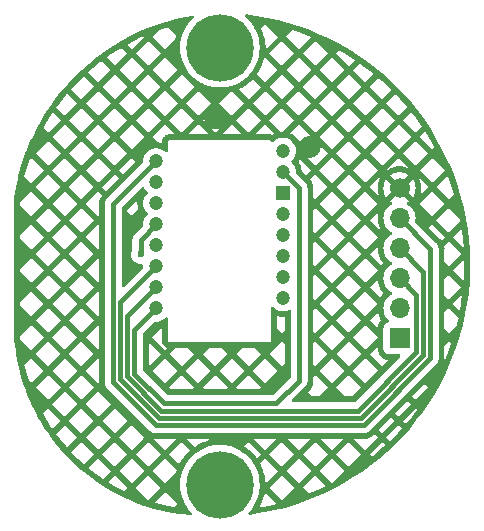
<source format=gtl>
G04 Layer: BottomSilkscreenLayer*
G04 EasyEDA v6.5.25, 2023-03-20 21:11:36*
**********************************至少这一行要换成自己的************************************
G04 Gerber Generator version 0.2*
G04 Scale: 100 percent, Rotated: No, Reflected: No *
G04 Dimensions in millimeters  *
G04 leading zeros omitted , absolute positions ,3 integer and 6 decimal *
G04 #@! TF.GenerationSoftware,KiCad,Pcbnew,7.0.7*
G04 #@! TF.CreationDate,2024-01-25T12:17:36+08:00*
G04 #@! TF.ProjectId,sensor,73656e73-6f72-42e6-9b69-6361645f7063,rev?*
G04 #@! TF.SameCoordinates,Original*
G04 #@! TF.FileFunction,Copper,L1,Top*
G04 #@! TF.FilePolarity,Positive*
%FSLAX46Y46*%
G04 Gerber Fmt 4.6, Leading zero omitted, Abs format (unit mm)*
G04 Created by KiCad (PCBNEW 7.0.7) date 2024-01-25 12:17:36*
%MOMM*%
%LPD*%
G01*
G04 APERTURE LIST*
G04 #@! TA.AperFunction,ComponentPad*
%ADD10C,5.700000*%
G04 #@! TD*
G04 #@! TA.AperFunction,ComponentPad*
%ADD11R,1.700000X1.700000*%
G04 #@! TD*
G04 #@! TA.AperFunction,ComponentPad*
%ADD12O,1.700000X1.700000*%
G04 #@! TD*
G04 #@! TA.AperFunction,ComponentPad*
%ADD13C,1.700000*%
G04 #@! TD*
G04 #@! TA.AperFunction,ComponentPad*
%ADD14C,1.200000*%
G04 #@! TD*
G04 #@! TA.AperFunction,ComponentPad*
%ADD15R,1.200000X1.200000*%
G04 #@! TD*
G04 #@! TA.AperFunction,ViaPad*
%ADD16C,0.600000*%
G04 #@! TD*
G04 #@! TA.AperFunction,Conductor*
%ADD17C,0.400000*%
G04 #@! TD*
G04 APERTURE END LIST*
D10*
X81600000Y-129200000D03*
D11*
X96800000Y-116800000D03*
D12*
X96800000Y-114260000D03*
X96800000Y-111720000D03*
X96800000Y-109180000D03*
X96800000Y-106640000D03*
D13*
X96800000Y-104100000D03*
D10*
X81600000Y-92200000D03*
D14*
X76210000Y-114280000D03*
X76210000Y-112500000D03*
X76210000Y-110720000D03*
X76210000Y-108940000D03*
X76210000Y-107160000D03*
X76210000Y-105380000D03*
X76210000Y-103600000D03*
X76210000Y-101820000D03*
X86910000Y-100930000D03*
X86910000Y-102710000D03*
D15*
X86910000Y-104490000D03*
D14*
X86910000Y-106270000D03*
X86910000Y-108050000D03*
X86910000Y-109830000D03*
X86910000Y-111610000D03*
X86910000Y-113390000D03*
D16*
X81200000Y-98200000D03*
X89200000Y-100600000D03*
X74900000Y-109700000D03*
D17*
X76892038Y-122323510D02*
X86376490Y-122323510D01*
X88304000Y-120396000D02*
X88304000Y-104104000D01*
X76210000Y-114280000D02*
X74358000Y-116132000D01*
X74358000Y-119789472D02*
X76892038Y-122323510D01*
X86376490Y-122323510D02*
X88304000Y-120396000D01*
X74358000Y-116132000D02*
X74358000Y-119789472D01*
X88304000Y-104104000D02*
X86910000Y-102710000D01*
X76146454Y-124123510D02*
X93773546Y-124123510D01*
X99400000Y-109240000D02*
X96800000Y-106640000D01*
X72558000Y-105472000D02*
X72558000Y-120535056D01*
X72558000Y-120535056D02*
X76146454Y-124123510D01*
X93773546Y-124123510D02*
X99400000Y-118497056D01*
X76210000Y-101820000D02*
X72558000Y-105472000D01*
X99400000Y-118497056D02*
X99400000Y-109240000D01*
X74900000Y-108470000D02*
X76210000Y-107160000D01*
X74900000Y-109700000D02*
X74900000Y-108470000D01*
X93525018Y-123523510D02*
X98800000Y-118248528D01*
X76210000Y-110720000D02*
X73158000Y-113772000D01*
X73158000Y-113772000D02*
X73158000Y-120286528D01*
X76394982Y-123523510D02*
X93525018Y-123523510D01*
X98800000Y-111180000D02*
X96800000Y-109180000D01*
X73158000Y-120286528D02*
X76394982Y-123523510D01*
X98800000Y-118248528D02*
X98800000Y-111180000D01*
X73758000Y-114952000D02*
X76210000Y-112500000D01*
X98200000Y-113120000D02*
X98200000Y-118000000D01*
X98200000Y-118000000D02*
X93276490Y-122923510D01*
X93276490Y-122923510D02*
X76643510Y-122923510D01*
X73758000Y-120038000D02*
X73758000Y-114952000D01*
X96800000Y-111720000D02*
X98200000Y-113120000D01*
X76643510Y-122923510D02*
X73758000Y-120038000D01*
G04 #@! TA.AperFunction,Conductor*
G36*
X84613902Y-89484746D02*
G01*
X84715065Y-89498198D01*
X85607962Y-89655804D01*
X86493355Y-89851215D01*
X87369642Y-90084080D01*
X88235241Y-90353976D01*
X89088587Y-90660416D01*
X89928138Y-91002847D01*
X90752378Y-91380649D01*
X91559816Y-91793141D01*
X92348995Y-92239576D01*
X93043054Y-92672136D01*
X93118485Y-92719147D01*
X93866899Y-93230988D01*
X94592883Y-93774175D01*
X95295126Y-94347725D01*
X95972359Y-94950602D01*
X96623358Y-95581718D01*
X97246945Y-96239930D01*
X97841996Y-96924050D01*
X98407433Y-97632842D01*
X98942236Y-98365024D01*
X99445438Y-99119274D01*
X99916130Y-99894229D01*
X100353461Y-100688488D01*
X100756640Y-101500615D01*
X101124940Y-102329145D01*
X101457694Y-103172578D01*
X101754302Y-104029391D01*
X102014227Y-104898036D01*
X102237000Y-105776943D01*
X102422218Y-106664524D01*
X102569547Y-107559175D01*
X102678719Y-108459278D01*
X102749539Y-109363209D01*
X102781877Y-110269332D01*
X102775676Y-111176011D01*
X102730947Y-112081607D01*
X102647770Y-112984484D01*
X102526296Y-113883010D01*
X102366744Y-114775562D01*
X102169403Y-115660526D01*
X101934630Y-116536304D01*
X101662847Y-117401313D01*
X101354548Y-118253989D01*
X101010288Y-119092792D01*
X100630690Y-119916206D01*
X100216440Y-120722743D01*
X99768286Y-121510946D01*
X99287039Y-122279390D01*
X98773567Y-123026686D01*
X98228800Y-123751485D01*
X97653720Y-124452477D01*
X97049368Y-125128394D01*
X96416835Y-125778015D01*
X95757266Y-126400167D01*
X95071850Y-126993724D01*
X94361828Y-127557616D01*
X93628481Y-128090822D01*
X92873136Y-128592378D01*
X92097158Y-129061380D01*
X91301947Y-129496978D01*
X90488943Y-129898387D01*
X89659613Y-130264880D01*
X88815456Y-130595795D01*
X87957998Y-130890535D01*
X87088789Y-131148566D01*
X86707460Y-131244336D01*
X86209398Y-131369423D01*
X85321416Y-131552706D01*
X84426447Y-131698084D01*
X84140767Y-131732101D01*
X84070759Y-131720294D01*
X84018248Y-131672512D01*
X83999906Y-131603925D01*
X84021556Y-131536310D01*
X84039223Y-131515506D01*
X84041837Y-131513031D01*
X84277606Y-131235463D01*
X84364060Y-131107953D01*
X84953434Y-131107953D01*
X85231118Y-131062847D01*
X86098362Y-130883845D01*
X86434703Y-130799372D01*
X85429157Y-129793826D01*
X85406994Y-129815988D01*
X85374869Y-130011954D01*
X85372968Y-130021860D01*
X85369333Y-130038372D01*
X85366902Y-130048140D01*
X85264954Y-130415324D01*
X85261996Y-130424954D01*
X85256600Y-130440972D01*
X85253124Y-130450430D01*
X85112069Y-130804454D01*
X85108083Y-130813721D01*
X85100987Y-130829054D01*
X85096516Y-130838070D01*
X84953434Y-131107953D01*
X84364060Y-131107953D01*
X84481982Y-130934031D01*
X84652569Y-130612269D01*
X84787368Y-130273949D01*
X84884798Y-129923039D01*
X84888840Y-129898387D01*
X84902348Y-129815988D01*
X84943716Y-129563651D01*
X84950329Y-129441688D01*
X85781295Y-129441688D01*
X86843371Y-130503763D01*
X87905446Y-129441688D01*
X88609723Y-129441688D01*
X89112492Y-129944457D01*
X89468002Y-129805096D01*
X90277965Y-129447163D01*
X90586842Y-129294657D01*
X89671798Y-128379613D01*
X88609723Y-129441688D01*
X87905446Y-129441688D01*
X86843370Y-128379613D01*
X85781295Y-129441688D01*
X84950329Y-129441688D01*
X84963433Y-129200000D01*
X84943716Y-128836349D01*
X84884798Y-128476961D01*
X84787368Y-128126051D01*
X84652569Y-127787731D01*
X84481982Y-127465969D01*
X84430115Y-127389471D01*
X85005084Y-127389471D01*
X85096516Y-127561930D01*
X85100987Y-127570946D01*
X85108083Y-127586279D01*
X85112069Y-127595546D01*
X85253124Y-127949570D01*
X85256600Y-127959028D01*
X85261996Y-127975046D01*
X85264954Y-127984676D01*
X85366902Y-128351860D01*
X85369333Y-128361628D01*
X85372968Y-128378140D01*
X85374869Y-128388046D01*
X85436521Y-128764118D01*
X85437883Y-128774103D01*
X85439710Y-128790906D01*
X85440528Y-128800946D01*
X85454786Y-129063920D01*
X86491232Y-128027474D01*
X87195509Y-128027474D01*
X88257584Y-129089550D01*
X89319660Y-128027474D01*
X90023936Y-128027474D01*
X91058328Y-129061866D01*
X91071982Y-129055126D01*
X91179126Y-128996434D01*
X92148086Y-128027474D01*
X91086011Y-126965399D01*
X90023936Y-128027474D01*
X89319660Y-128027474D01*
X88257584Y-126965399D01*
X87195509Y-128027474D01*
X86491232Y-128027474D01*
X85429157Y-126965399D01*
X85005084Y-127389471D01*
X84430115Y-127389471D01*
X84277606Y-127164537D01*
X84041837Y-126886969D01*
X84023803Y-126869886D01*
X83777454Y-126636531D01*
X83777439Y-126636518D01*
X83585865Y-126490888D01*
X83487515Y-126416124D01*
X83460994Y-126400167D01*
X83384969Y-126354424D01*
X83175460Y-126228366D01*
X83175454Y-126228363D01*
X82844946Y-126075453D01*
X82844934Y-126075448D01*
X82499823Y-125959167D01*
X82499822Y-125959166D01*
X82499814Y-125959164D01*
X82499809Y-125959162D01*
X82499806Y-125959162D01*
X82351290Y-125926471D01*
X83639658Y-125926471D01*
X83751502Y-125993767D01*
X83759996Y-125999196D01*
X83773985Y-126008681D01*
X83782164Y-126014555D01*
X84085535Y-126245172D01*
X84093382Y-126251478D01*
X84106273Y-126262427D01*
X84113779Y-126269162D01*
X84390445Y-126531233D01*
X84397564Y-126538352D01*
X84409190Y-126550624D01*
X84415923Y-126558130D01*
X84662636Y-126848582D01*
X84668943Y-126856430D01*
X84679174Y-126869886D01*
X84685055Y-126878076D01*
X84736430Y-126953848D01*
X85077018Y-126613260D01*
X85781295Y-126613260D01*
X86843371Y-127675336D01*
X87905446Y-126613261D01*
X87905445Y-126613260D01*
X88609723Y-126613260D01*
X89671798Y-127675336D01*
X90733873Y-126613261D01*
X91438150Y-126613261D01*
X92500225Y-127675336D01*
X93562300Y-126613261D01*
X94266577Y-126613261D01*
X94480631Y-126827315D01*
X94753845Y-126610332D01*
X95423254Y-126030638D01*
X95621295Y-125843829D01*
X95328652Y-125551186D01*
X94266577Y-126613261D01*
X93562300Y-126613261D01*
X92500225Y-125551186D01*
X91438150Y-126613261D01*
X90733873Y-126613261D01*
X89671798Y-125551186D01*
X88609723Y-126613260D01*
X87905445Y-126613260D01*
X86843370Y-125551186D01*
X85781295Y-126613260D01*
X85077018Y-126613260D01*
X84014944Y-125551186D01*
X83639658Y-125926471D01*
X82351290Y-125926471D01*
X82144159Y-125880878D01*
X82144146Y-125880875D01*
X82144143Y-125880875D01*
X82144140Y-125880874D01*
X82144131Y-125880873D01*
X81782100Y-125841500D01*
X81782093Y-125841500D01*
X81417907Y-125841500D01*
X81417899Y-125841500D01*
X81055868Y-125880873D01*
X81055840Y-125880878D01*
X80700193Y-125959162D01*
X80700176Y-125959167D01*
X80355065Y-126075448D01*
X80355053Y-126075453D01*
X80024545Y-126228363D01*
X80024538Y-126228367D01*
X79712487Y-126416122D01*
X79422560Y-126636518D01*
X79422545Y-126636531D01*
X79158162Y-126886969D01*
X78922393Y-127164538D01*
X78718017Y-127465969D01*
X78718015Y-127465973D01*
X78547430Y-127787733D01*
X78547426Y-127787742D01*
X78412632Y-128126050D01*
X78315200Y-128476965D01*
X78256284Y-128836348D01*
X78236567Y-129199997D01*
X78236567Y-129200002D01*
X78256284Y-129563651D01*
X78315200Y-129923034D01*
X78412632Y-130273949D01*
X78478903Y-130440278D01*
X78547431Y-130612269D01*
X78649321Y-130804454D01*
X78718015Y-130934026D01*
X78718017Y-130934030D01*
X78771500Y-131012911D01*
X78921576Y-131234257D01*
X78922393Y-131235461D01*
X78922392Y-131235461D01*
X79158158Y-131513026D01*
X79158161Y-131513029D01*
X79158163Y-131513031D01*
X79182738Y-131536310D01*
X79237616Y-131588293D01*
X79273315Y-131649661D01*
X79270170Y-131720588D01*
X79229177Y-131778555D01*
X79163353Y-131805158D01*
X79143664Y-131805556D01*
X79116803Y-131803997D01*
X79113773Y-131803748D01*
X78333505Y-131720549D01*
X78330489Y-131720154D01*
X77555149Y-131599392D01*
X77552155Y-131598851D01*
X76783532Y-131440804D01*
X76780568Y-131440119D01*
X76400531Y-131342640D01*
X76020489Y-131245161D01*
X76017567Y-131244336D01*
X75267759Y-131012911D01*
X75264875Y-131011944D01*
X75182829Y-130982213D01*
X74929835Y-130890535D01*
X74527136Y-130744608D01*
X74524301Y-130743503D01*
X74473918Y-130722442D01*
X76015259Y-130722442D01*
X76154426Y-130765396D01*
X76894100Y-130955119D01*
X77642184Y-131108943D01*
X77737985Y-131123865D01*
X78005950Y-130855901D01*
X76943875Y-129793826D01*
X76015259Y-130722442D01*
X74473918Y-130722442D01*
X73800317Y-130440866D01*
X73797539Y-130439626D01*
X73766712Y-130424954D01*
X73258018Y-130182839D01*
X73089002Y-130102395D01*
X73086287Y-130101022D01*
X72394852Y-129729985D01*
X72392207Y-129728483D01*
X71719488Y-129324506D01*
X71716918Y-129322877D01*
X71196903Y-128975390D01*
X72105457Y-128975390D01*
X72639564Y-129296129D01*
X73312519Y-129657249D01*
X73471893Y-129733103D01*
X73763309Y-129441688D01*
X74467586Y-129441688D01*
X75529662Y-130503763D01*
X76591737Y-129441688D01*
X75529662Y-128379612D01*
X74467586Y-129441688D01*
X73763309Y-129441688D01*
X73763310Y-129441687D01*
X72701235Y-128379613D01*
X72105457Y-128975390D01*
X71196903Y-128975390D01*
X71064488Y-128886907D01*
X71062000Y-128885156D01*
X70431368Y-128418198D01*
X70428968Y-128416329D01*
X70060323Y-128114758D01*
X69821602Y-127919473D01*
X69819304Y-127917497D01*
X69684233Y-127795659D01*
X70456760Y-127795659D01*
X70736163Y-128024224D01*
X71349913Y-128478682D01*
X71678390Y-128698179D01*
X72349096Y-128027474D01*
X73053373Y-128027474D01*
X74115449Y-129089549D01*
X75177524Y-128027474D01*
X75881800Y-128027474D01*
X76943875Y-129089549D01*
X77891341Y-128142083D01*
X77935046Y-127984676D01*
X77938004Y-127975046D01*
X77941914Y-127963438D01*
X76943875Y-126965399D01*
X75881800Y-128027474D01*
X75177524Y-128027474D01*
X74115449Y-126965399D01*
X73053373Y-128027474D01*
X72349096Y-128027474D01*
X71287021Y-126965398D01*
X70456760Y-127795659D01*
X69684233Y-127795659D01*
X69549840Y-127674432D01*
X69236619Y-127391896D01*
X69234426Y-127389819D01*
X68677809Y-126836724D01*
X68675703Y-126834528D01*
X68312482Y-126436964D01*
X68987028Y-126436964D01*
X69036294Y-126490888D01*
X69577985Y-127029152D01*
X70072722Y-127475420D01*
X70934881Y-126613261D01*
X71639160Y-126613261D01*
X72701235Y-127675336D01*
X73763310Y-126613261D01*
X74467587Y-126613261D01*
X75529662Y-127675336D01*
X76591737Y-126613261D01*
X76591736Y-126613260D01*
X77296014Y-126613260D01*
X78152406Y-127469652D01*
X78281994Y-127225222D01*
X78286962Y-127216438D01*
X78295674Y-127201960D01*
X78301092Y-127193485D01*
X78514945Y-126878076D01*
X78520826Y-126869886D01*
X78531057Y-126856430D01*
X78537364Y-126848582D01*
X78784077Y-126558130D01*
X78790810Y-126550624D01*
X78802436Y-126538352D01*
X78809555Y-126531233D01*
X79081005Y-126274101D01*
X78358089Y-125551185D01*
X77296014Y-126613260D01*
X76591736Y-126613260D01*
X75529662Y-125551185D01*
X74467587Y-126613261D01*
X73763310Y-126613261D01*
X72701235Y-125551185D01*
X71639160Y-126613261D01*
X70934881Y-126613261D01*
X70934882Y-126613260D01*
X69872807Y-125551185D01*
X68987028Y-126436964D01*
X68312482Y-126436964D01*
X68146416Y-126255197D01*
X68144419Y-126252902D01*
X68075369Y-126169580D01*
X67643722Y-125648712D01*
X67641852Y-125646341D01*
X67200357Y-125057945D01*
X67170881Y-125018661D01*
X67169118Y-125016189D01*
X67158591Y-125000650D01*
X67086969Y-124894927D01*
X67700639Y-124894927D01*
X68033889Y-125339061D01*
X68521147Y-125927033D01*
X68650786Y-126068930D01*
X69520669Y-125199047D01*
X70224946Y-125199047D01*
X71287021Y-126261123D01*
X72349097Y-125199047D01*
X73053373Y-125199047D01*
X74115449Y-126261122D01*
X75051959Y-125324612D01*
X76007365Y-125324612D01*
X76943876Y-126261123D01*
X77874989Y-125330010D01*
X78841190Y-125330010D01*
X79483741Y-125972561D01*
X79775042Y-125797290D01*
X79783821Y-125792327D01*
X79798753Y-125784412D01*
X79807771Y-125779940D01*
X80153634Y-125619926D01*
X80162900Y-125615940D01*
X80178610Y-125609682D01*
X80188057Y-125606213D01*
X80548741Y-125484682D01*
X80703414Y-125330010D01*
X84498044Y-125330010D01*
X85429157Y-126261123D01*
X86360271Y-125330010D01*
X87326471Y-125330010D01*
X88257584Y-126261123D01*
X89188698Y-125330010D01*
X90154898Y-125330010D01*
X91086011Y-126261123D01*
X92017125Y-125330010D01*
X92983325Y-125330010D01*
X93914438Y-126261123D01*
X94976514Y-125199048D01*
X94976513Y-125199047D01*
X95680790Y-125199047D01*
X95983713Y-125501970D01*
X96067420Y-125423014D01*
X96685181Y-124788564D01*
X97019995Y-124414101D01*
X96742866Y-124136972D01*
X95680790Y-125199047D01*
X94976513Y-125199047D01*
X94690382Y-124912916D01*
X94652475Y-124950824D01*
X94608336Y-125000650D01*
X94605726Y-125003422D01*
X94592519Y-125016629D01*
X94589748Y-125019238D01*
X94564356Y-125041733D01*
X94561428Y-125044173D01*
X94546725Y-125055690D01*
X94543661Y-125057945D01*
X94488924Y-125095723D01*
X94436559Y-125136753D01*
X94433494Y-125139009D01*
X94418121Y-125149621D01*
X94414921Y-125151691D01*
X94385885Y-125169243D01*
X94382566Y-125171114D01*
X94368545Y-125178471D01*
X94354997Y-125186663D01*
X94351680Y-125188534D01*
X94321639Y-125204302D01*
X94318214Y-125205970D01*
X94301180Y-125213636D01*
X94297662Y-125215093D01*
X94235451Y-125238683D01*
X94174806Y-125265980D01*
X94171290Y-125267437D01*
X94153835Y-125274057D01*
X94150238Y-125275299D01*
X94117852Y-125285392D01*
X94114182Y-125286416D01*
X94098760Y-125290217D01*
X94083674Y-125294919D01*
X94080009Y-125295941D01*
X94047076Y-125304060D01*
X94043352Y-125304859D01*
X94024972Y-125308228D01*
X94021205Y-125308801D01*
X93955176Y-125316816D01*
X93889729Y-125328811D01*
X93885967Y-125329383D01*
X93867425Y-125331635D01*
X93863629Y-125331980D01*
X93829773Y-125334027D01*
X93825970Y-125334142D01*
X93807301Y-125334142D01*
X93803496Y-125334027D01*
X93737091Y-125330010D01*
X92983325Y-125330010D01*
X92017125Y-125330010D01*
X90154898Y-125330010D01*
X89188698Y-125330010D01*
X87326471Y-125330010D01*
X86360271Y-125330010D01*
X84498044Y-125330010D01*
X80703414Y-125330010D01*
X78841190Y-125330010D01*
X77874989Y-125330010D01*
X76182894Y-125330010D01*
X76116503Y-125334026D01*
X76112698Y-125334141D01*
X76094030Y-125334141D01*
X76090227Y-125334026D01*
X76056371Y-125331979D01*
X76052577Y-125331635D01*
X76034032Y-125329383D01*
X76030270Y-125328810D01*
X76007365Y-125324612D01*
X75051959Y-125324612D01*
X75177524Y-125199047D01*
X74115449Y-124136972D01*
X73053373Y-125199047D01*
X72349097Y-125199047D01*
X71287021Y-124136972D01*
X70224946Y-125199047D01*
X69520669Y-125199047D01*
X68458595Y-124136972D01*
X67700639Y-124894927D01*
X67086969Y-124894927D01*
X66729012Y-124366540D01*
X66727381Y-124364002D01*
X66319131Y-123693843D01*
X66317612Y-123691207D01*
X66032368Y-123167656D01*
X66599483Y-123167656D01*
X66749887Y-123443716D01*
X67147220Y-124095956D01*
X67408965Y-124482322D01*
X68106454Y-123784834D01*
X68810733Y-123784834D01*
X69872808Y-124846909D01*
X70934883Y-123784834D01*
X71639160Y-123784834D01*
X72701235Y-124846909D01*
X73763310Y-123784834D01*
X72701235Y-122722758D01*
X71639160Y-123784834D01*
X70934883Y-123784834D01*
X69872808Y-122722759D01*
X68810733Y-123784834D01*
X68106454Y-123784834D01*
X68106455Y-123784833D01*
X67044381Y-122722759D01*
X66599483Y-123167656D01*
X66032368Y-123167656D01*
X65942190Y-123002139D01*
X65940809Y-122999450D01*
X65636603Y-122370620D01*
X67396519Y-122370620D01*
X68458594Y-123432695D01*
X69520670Y-122370620D01*
X70224946Y-122370620D01*
X71287021Y-123432695D01*
X72349097Y-122370620D01*
X71287021Y-121308544D01*
X70224946Y-122370620D01*
X69520670Y-122370620D01*
X68458594Y-121308544D01*
X67396519Y-122370620D01*
X65636603Y-122370620D01*
X65599083Y-122293061D01*
X65597838Y-122290322D01*
X65290590Y-121568226D01*
X65289479Y-121565427D01*
X65064402Y-120956407D01*
X65982305Y-120956407D01*
X67044381Y-122018482D01*
X68106456Y-120956407D01*
X68810733Y-120956407D01*
X69872808Y-122018482D01*
X70934883Y-120956407D01*
X69872807Y-119894332D01*
X68810733Y-120956407D01*
X68106456Y-120956407D01*
X67044380Y-119894332D01*
X65982305Y-120956407D01*
X65064402Y-120956407D01*
X65017454Y-120829373D01*
X65016479Y-120826529D01*
X64780289Y-120078177D01*
X64779462Y-120075318D01*
X64579666Y-119316432D01*
X64578963Y-119313472D01*
X64554835Y-119199795D01*
X64527970Y-119073222D01*
X65037062Y-119073222D01*
X65063928Y-119199795D01*
X65258366Y-119938332D01*
X65394010Y-120368111D01*
X65630167Y-120604268D01*
X66692243Y-119542193D01*
X67396519Y-119542193D01*
X68458594Y-120604268D01*
X69520670Y-119542193D01*
X70224946Y-119542193D01*
X71287021Y-120604268D01*
X71313141Y-120578148D01*
X71845598Y-120578148D01*
X71856902Y-120639838D01*
X71857473Y-120643593D01*
X71858667Y-120653418D01*
X71865033Y-120705850D01*
X71865034Y-120705854D01*
X71868650Y-120715389D01*
X71874770Y-120737342D01*
X71876263Y-120745488D01*
X71876612Y-120747388D01*
X71902353Y-120804584D01*
X71903809Y-120808099D01*
X71911878Y-120829373D01*
X71926046Y-120866731D01*
X71927800Y-120869272D01*
X71931840Y-120875125D01*
X71943035Y-120894975D01*
X71947223Y-120904278D01*
X71947225Y-120904282D01*
X71971449Y-120935202D01*
X71985899Y-120953646D01*
X71988154Y-120956711D01*
X72023783Y-121008327D01*
X72023784Y-121008328D01*
X72023785Y-121008329D01*
X72070750Y-121049936D01*
X72073494Y-121052520D01*
X75628987Y-124608013D01*
X75631573Y-124610759D01*
X75673181Y-124657725D01*
X75724802Y-124693356D01*
X75727849Y-124695598D01*
X75777228Y-124734285D01*
X75786524Y-124738468D01*
X75806389Y-124749673D01*
X75814774Y-124755461D01*
X75814776Y-124755462D01*
X75814779Y-124755464D01*
X75847612Y-124767915D01*
X75873421Y-124777704D01*
X75876939Y-124779161D01*
X75934123Y-124804898D01*
X75944150Y-124806735D01*
X75966116Y-124812857D01*
X75975653Y-124816475D01*
X76037927Y-124824035D01*
X76041670Y-124824605D01*
X76103361Y-124835911D01*
X76165956Y-124832124D01*
X76169756Y-124832010D01*
X93750231Y-124832010D01*
X93754034Y-124832124D01*
X93816639Y-124835912D01*
X93878358Y-124824601D01*
X93882071Y-124824036D01*
X93944347Y-124816475D01*
X93953876Y-124812860D01*
X93975850Y-124806736D01*
X93985875Y-124804899D01*
X94043098Y-124779144D01*
X94046555Y-124777712D01*
X94105221Y-124755464D01*
X94113612Y-124749671D01*
X94133468Y-124738471D01*
X94142772Y-124734285D01*
X94192182Y-124695573D01*
X94195167Y-124693377D01*
X94246819Y-124657725D01*
X94288442Y-124610741D01*
X94290995Y-124608029D01*
X94338248Y-124560776D01*
X95042521Y-124560776D01*
X95328652Y-124846908D01*
X96390726Y-123784834D01*
X97095004Y-123784834D01*
X97348960Y-124038790D01*
X97837068Y-123443812D01*
X98283785Y-122849465D01*
X98157079Y-122722758D01*
X97095004Y-123784834D01*
X96390726Y-123784834D01*
X96390727Y-123784833D01*
X96104596Y-123498702D01*
X95042521Y-124560776D01*
X94338248Y-124560776D01*
X95752460Y-123146564D01*
X96456734Y-123146564D01*
X96742865Y-123432695D01*
X97804940Y-122370620D01*
X97518809Y-122084488D01*
X96456734Y-123146564D01*
X95752460Y-123146564D01*
X97166674Y-121732350D01*
X97870947Y-121732350D01*
X98157079Y-122018482D01*
X99219154Y-120956406D01*
X98933023Y-120670275D01*
X97870947Y-121732350D01*
X97166674Y-121732350D01*
X99884519Y-119014505D01*
X99887231Y-119011952D01*
X99934215Y-118970329D01*
X99969846Y-118918708D01*
X99972084Y-118915665D01*
X100010775Y-118866281D01*
X100014955Y-118856991D01*
X100026159Y-118837125D01*
X100031954Y-118828731D01*
X100049589Y-118782227D01*
X100577679Y-118782227D01*
X100593106Y-118797654D01*
X100889820Y-118074701D01*
X101183118Y-117263515D01*
X100985507Y-117065904D01*
X100606500Y-117444911D01*
X100606500Y-118460597D01*
X100610517Y-118527006D01*
X100610632Y-118530811D01*
X100610632Y-118549479D01*
X100610517Y-118553282D01*
X100608470Y-118587138D01*
X100608126Y-118590932D01*
X100605874Y-118609477D01*
X100605301Y-118613240D01*
X100593304Y-118678691D01*
X100585291Y-118744714D01*
X100584718Y-118748482D01*
X100581349Y-118766859D01*
X100580551Y-118770578D01*
X100577679Y-118782227D01*
X100049589Y-118782227D01*
X100054197Y-118770076D01*
X100055649Y-118766575D01*
X100065488Y-118744714D01*
X100081389Y-118709385D01*
X100083227Y-118699349D01*
X100089347Y-118677396D01*
X100092965Y-118667857D01*
X100100526Y-118605579D01*
X100101090Y-118601871D01*
X100112402Y-118540148D01*
X100108614Y-118477537D01*
X100108500Y-118473735D01*
X100108500Y-115982620D01*
X100606500Y-115982620D01*
X100985506Y-116361627D01*
X101641810Y-115705322D01*
X101685647Y-115541804D01*
X101795809Y-115047781D01*
X100985506Y-114237477D01*
X100606500Y-114616483D01*
X100606500Y-115982620D01*
X100108500Y-115982620D01*
X100108500Y-113885338D01*
X101337644Y-113885338D01*
X101916508Y-114464202D01*
X102034204Y-113805800D01*
X102130660Y-113092322D01*
X101337644Y-113885338D01*
X100108500Y-113885338D01*
X100108500Y-113154194D01*
X100606500Y-113154194D01*
X100985506Y-113533200D01*
X102047582Y-112471125D01*
X100985507Y-111409050D01*
X100606500Y-111788057D01*
X100606500Y-113154194D01*
X100108500Y-113154194D01*
X100108500Y-111056911D01*
X101337644Y-111056911D01*
X102238459Y-111957726D01*
X102277760Y-111162019D01*
X102283817Y-110276513D01*
X102278104Y-110116451D01*
X101337644Y-111056911D01*
X100108500Y-111056911D01*
X100108500Y-109263302D01*
X100108615Y-109259497D01*
X100112401Y-109196907D01*
X100101095Y-109135216D01*
X100100525Y-109131469D01*
X100099596Y-109123816D01*
X100092965Y-109069199D01*
X100089347Y-109059662D01*
X100083225Y-109037696D01*
X100081388Y-109027669D01*
X100061068Y-108982521D01*
X100583608Y-108982521D01*
X100584718Y-108988572D01*
X100585291Y-108992340D01*
X100593309Y-109058393D01*
X100605300Y-109123816D01*
X100605873Y-109127578D01*
X100608125Y-109146123D01*
X100608469Y-109149917D01*
X100610516Y-109183773D01*
X100610631Y-109187576D01*
X100610631Y-109206244D01*
X100610516Y-109210049D01*
X100606500Y-109276439D01*
X100606500Y-110325767D01*
X100985506Y-110704773D01*
X102047582Y-109642698D01*
X100985507Y-108580623D01*
X100583608Y-108982521D01*
X100061068Y-108982521D01*
X100055651Y-108970485D01*
X100054194Y-108966967D01*
X100043357Y-108938392D01*
X100031954Y-108908325D01*
X100026163Y-108899935D01*
X100014958Y-108880070D01*
X100010775Y-108870774D01*
X99972088Y-108821395D01*
X99969846Y-108818348D01*
X99934215Y-108766727D01*
X99887249Y-108725119D01*
X99884503Y-108722533D01*
X98597698Y-107435728D01*
X99301973Y-107435728D01*
X100227320Y-108361074D01*
X100277143Y-108405215D01*
X100279912Y-108407821D01*
X100293113Y-108421021D01*
X100295723Y-108423793D01*
X100318214Y-108449180D01*
X100320653Y-108452106D01*
X100332170Y-108466807D01*
X100334425Y-108469872D01*
X100357928Y-108503922D01*
X100633366Y-108228485D01*
X101337645Y-108228485D01*
X102231111Y-109121951D01*
X102183067Y-108508730D01*
X102076444Y-107629647D01*
X102056654Y-107509475D01*
X101337645Y-108228485D01*
X100633366Y-108228485D01*
X100633367Y-108228484D01*
X99571292Y-107166409D01*
X99301973Y-107435728D01*
X98597698Y-107435728D01*
X98171299Y-107009329D01*
X98137273Y-106947017D01*
X98138250Y-106889301D01*
X98144562Y-106864374D01*
X98144563Y-106864372D01*
X98144563Y-106864371D01*
X98144564Y-106864368D01*
X98148715Y-106814271D01*
X99923431Y-106814271D01*
X100985506Y-107876346D01*
X101957074Y-106904776D01*
X101932557Y-106755891D01*
X101917619Y-106684308D01*
X100985506Y-105752195D01*
X99923431Y-106814271D01*
X98148715Y-106814271D01*
X98163156Y-106640000D01*
X98144564Y-106415632D01*
X98089296Y-106197384D01*
X97998860Y-105991209D01*
X97982420Y-105966045D01*
X97875724Y-105802734D01*
X97875720Y-105802729D01*
X97723237Y-105637091D01*
X97641382Y-105573381D01*
X97545576Y-105498811D01*
X97511792Y-105480528D01*
X97461402Y-105430516D01*
X97454656Y-105400057D01*
X98509217Y-105400057D01*
X99571292Y-106462133D01*
X100633368Y-105400057D01*
X99571293Y-104337982D01*
X98509217Y-105400057D01*
X97454656Y-105400057D01*
X97446050Y-105361199D01*
X97470610Y-105294586D01*
X97511793Y-105258901D01*
X97545299Y-105240768D01*
X97545302Y-105240766D01*
X97565688Y-105224898D01*
X97057427Y-104716638D01*
X97023402Y-104654325D01*
X97028466Y-104583510D01*
X97067145Y-104531840D01*
X97066289Y-104530853D01*
X97070830Y-104526917D01*
X97071013Y-104526674D01*
X97071510Y-104526328D01*
X97073095Y-104524953D01*
X97073100Y-104524952D01*
X97181761Y-104430798D01*
X97217824Y-104374681D01*
X97271478Y-104328189D01*
X97341752Y-104318084D01*
X97406333Y-104347576D01*
X97412918Y-104353707D01*
X97923077Y-104863866D01*
X97998419Y-104748551D01*
X98088820Y-104542456D01*
X98088823Y-104542449D01*
X98144067Y-104324292D01*
X98162653Y-104100000D01*
X98144067Y-103875707D01*
X98088823Y-103657550D01*
X98088820Y-103657543D01*
X97998422Y-103451456D01*
X97998417Y-103451448D01*
X97923076Y-103336132D01*
X97412916Y-103846292D01*
X97350604Y-103880317D01*
X97279788Y-103875252D01*
X97222953Y-103832705D01*
X97217836Y-103825336D01*
X97181761Y-103769202D01*
X97178034Y-103765973D01*
X97145271Y-103737584D01*
X97073100Y-103675048D01*
X97073098Y-103675047D01*
X97066289Y-103669147D01*
X97068312Y-103666811D01*
X97031912Y-103624809D01*
X97021802Y-103554536D01*
X97051290Y-103489952D01*
X97057426Y-103483361D01*
X97353212Y-103187575D01*
X98420885Y-103187575D01*
X98422381Y-103189864D01*
X98430249Y-103203070D01*
X98442528Y-103225758D01*
X98449288Y-103239581D01*
X98550060Y-103469318D01*
X98555652Y-103483650D01*
X98564028Y-103508051D01*
X98568416Y-103522787D01*
X98629998Y-103765973D01*
X98633155Y-103781030D01*
X98637402Y-103806483D01*
X98639303Y-103821737D01*
X98660019Y-104071734D01*
X98660654Y-104087101D01*
X98660654Y-104112899D01*
X98660019Y-104128266D01*
X98639303Y-104378263D01*
X98637402Y-104393517D01*
X98633155Y-104418970D01*
X98629998Y-104434027D01*
X98582193Y-104622804D01*
X99219154Y-103985844D01*
X99219153Y-103985843D01*
X99923431Y-103985843D01*
X100985506Y-105047918D01*
X101411721Y-104621702D01*
X101280238Y-104182297D01*
X100990558Y-103345494D01*
X100869818Y-103039456D01*
X99923431Y-103985843D01*
X99219153Y-103985843D01*
X98420885Y-103187575D01*
X97353212Y-103187575D01*
X97565688Y-102975099D01*
X97545306Y-102959235D01*
X97545299Y-102959230D01*
X97347371Y-102852118D01*
X97347369Y-102852116D01*
X97134516Y-102779044D01*
X97134509Y-102779042D01*
X96912523Y-102742000D01*
X96687477Y-102742000D01*
X96465490Y-102779042D01*
X96465483Y-102779044D01*
X96252630Y-102852116D01*
X96252628Y-102852118D01*
X96054700Y-102959230D01*
X96034310Y-102975099D01*
X96034310Y-102975100D01*
X96542572Y-103483361D01*
X96576597Y-103545674D01*
X96571533Y-103616489D01*
X96532854Y-103668157D01*
X96533711Y-103669147D01*
X96529164Y-103673086D01*
X96528986Y-103673325D01*
X96528498Y-103673663D01*
X96418238Y-103769202D01*
X96382175Y-103825318D01*
X96328519Y-103871811D01*
X96258245Y-103881914D01*
X96193664Y-103852421D01*
X96187082Y-103846292D01*
X95676922Y-103336132D01*
X95601580Y-103451451D01*
X95511179Y-103657543D01*
X95511176Y-103657550D01*
X95455932Y-103875707D01*
X95437346Y-104100000D01*
X95455932Y-104324292D01*
X95511176Y-104542449D01*
X95511179Y-104542456D01*
X95601580Y-104748548D01*
X95676922Y-104863866D01*
X96187081Y-104353706D01*
X96249394Y-104319681D01*
X96320209Y-104324745D01*
X96377045Y-104367292D01*
X96382162Y-104374661D01*
X96418239Y-104430798D01*
X96526900Y-104524952D01*
X96526901Y-104524952D01*
X96533711Y-104530853D01*
X96531686Y-104533189D01*
X96568084Y-104575187D01*
X96578195Y-104645460D01*
X96548709Y-104710043D01*
X96542572Y-104716636D01*
X96034310Y-105224898D01*
X96054694Y-105240763D01*
X96054700Y-105240768D01*
X96088206Y-105258900D01*
X96138597Y-105308913D01*
X96153949Y-105378230D01*
X96129389Y-105444843D01*
X96088209Y-105480526D01*
X96054430Y-105498806D01*
X96054424Y-105498811D01*
X95876762Y-105637091D01*
X95724279Y-105802729D01*
X95724275Y-105802734D01*
X95601141Y-105991206D01*
X95510703Y-106197386D01*
X95510702Y-106197387D01*
X95455437Y-106415624D01*
X95455436Y-106415630D01*
X95455436Y-106415632D01*
X95436844Y-106640000D01*
X95446609Y-106757848D01*
X95455437Y-106864375D01*
X95510702Y-107082612D01*
X95510703Y-107082613D01*
X95510704Y-107082616D01*
X95544648Y-107160001D01*
X95601141Y-107288793D01*
X95724275Y-107477265D01*
X95724279Y-107477270D01*
X95876762Y-107642908D01*
X95931331Y-107685381D01*
X96054424Y-107781189D01*
X96087680Y-107799186D01*
X96138071Y-107849200D01*
X96153423Y-107918516D01*
X96128862Y-107985129D01*
X96087680Y-108020814D01*
X96054426Y-108038810D01*
X96054424Y-108038811D01*
X95876762Y-108177091D01*
X95724279Y-108342729D01*
X95724275Y-108342734D01*
X95601141Y-108531206D01*
X95510703Y-108737386D01*
X95510702Y-108737387D01*
X95455437Y-108955624D01*
X95455436Y-108955630D01*
X95455436Y-108955632D01*
X95436844Y-109180000D01*
X95452025Y-109363209D01*
X95455437Y-109404375D01*
X95510702Y-109622612D01*
X95510703Y-109622613D01*
X95510704Y-109622616D01*
X95569814Y-109757374D01*
X95601141Y-109828793D01*
X95724275Y-110017265D01*
X95724279Y-110017270D01*
X95876762Y-110182908D01*
X95931331Y-110225381D01*
X96054424Y-110321189D01*
X96087680Y-110339186D01*
X96138071Y-110389200D01*
X96153423Y-110458516D01*
X96128862Y-110525129D01*
X96087680Y-110560813D01*
X96054426Y-110578810D01*
X96054424Y-110578811D01*
X95876762Y-110717091D01*
X95724279Y-110882729D01*
X95724275Y-110882734D01*
X95601141Y-111071206D01*
X95510703Y-111277386D01*
X95510702Y-111277387D01*
X95455437Y-111495624D01*
X95455436Y-111495630D01*
X95455436Y-111495632D01*
X95436844Y-111720000D01*
X95452915Y-111913950D01*
X95455437Y-111944375D01*
X95510702Y-112162612D01*
X95510703Y-112162613D01*
X95510704Y-112162616D01*
X95569814Y-112297374D01*
X95601141Y-112368793D01*
X95724275Y-112557265D01*
X95724279Y-112557270D01*
X95876762Y-112722908D01*
X95931331Y-112765381D01*
X96054424Y-112861189D01*
X96087680Y-112879186D01*
X96138071Y-112929200D01*
X96153423Y-112998516D01*
X96128862Y-113065129D01*
X96087680Y-113100814D01*
X96054426Y-113118810D01*
X96054424Y-113118811D01*
X95876762Y-113257091D01*
X95724279Y-113422729D01*
X95724275Y-113422734D01*
X95601141Y-113611206D01*
X95510703Y-113817386D01*
X95510702Y-113817387D01*
X95455437Y-114035624D01*
X95455436Y-114035630D01*
X95455436Y-114035632D01*
X95436844Y-114260000D01*
X95452185Y-114445141D01*
X95455437Y-114484375D01*
X95510702Y-114702612D01*
X95510703Y-114702613D01*
X95601141Y-114908793D01*
X95724275Y-115097265D01*
X95724280Y-115097270D01*
X95867475Y-115252820D01*
X95898896Y-115316485D01*
X95890909Y-115387031D01*
X95846051Y-115442060D01*
X95818807Y-115456213D01*
X95703797Y-115499110D01*
X95703792Y-115499112D01*
X95586738Y-115586738D01*
X95499112Y-115703792D01*
X95499110Y-115703797D01*
X95448011Y-115840795D01*
X95448009Y-115840803D01*
X95441500Y-115901350D01*
X95441500Y-117698649D01*
X95448009Y-117759196D01*
X95448011Y-117759204D01*
X95499110Y-117896202D01*
X95499112Y-117896207D01*
X95586738Y-118013261D01*
X95703792Y-118100887D01*
X95703794Y-118100888D01*
X95703796Y-118100889D01*
X95736921Y-118113244D01*
X95840795Y-118151988D01*
X95840803Y-118151990D01*
X95901350Y-118158499D01*
X95901355Y-118158499D01*
X95901362Y-118158500D01*
X96735340Y-118158500D01*
X96803461Y-118178502D01*
X96849954Y-118232158D01*
X96860058Y-118302432D01*
X96830564Y-118367012D01*
X96824435Y-118373595D01*
X93019925Y-122178105D01*
X92957613Y-122212131D01*
X92930830Y-122215010D01*
X87791150Y-122215010D01*
X87723029Y-122195008D01*
X87676536Y-122141352D01*
X87666432Y-122071078D01*
X87695926Y-122006498D01*
X87702042Y-121999927D01*
X88325505Y-121376463D01*
X89029779Y-121376463D01*
X89370326Y-121717010D01*
X89973270Y-121717010D01*
X90733872Y-120956407D01*
X91438150Y-120956407D01*
X92198753Y-121717010D01*
X92776743Y-121717010D01*
X93549822Y-120943929D01*
X92500225Y-119894332D01*
X91438150Y-120956407D01*
X90733872Y-120956407D01*
X90733873Y-120956406D01*
X89671798Y-119894332D01*
X89510500Y-120055630D01*
X89510500Y-120359541D01*
X89514517Y-120425950D01*
X89514632Y-120429755D01*
X89514632Y-120448423D01*
X89514517Y-120452226D01*
X89512470Y-120486082D01*
X89512126Y-120489876D01*
X89509874Y-120508421D01*
X89509301Y-120512184D01*
X89497304Y-120577635D01*
X89489291Y-120643658D01*
X89488718Y-120647426D01*
X89485349Y-120665803D01*
X89484550Y-120669523D01*
X89476433Y-120702456D01*
X89475410Y-120706124D01*
X89470707Y-120721214D01*
X89466906Y-120736636D01*
X89465882Y-120740306D01*
X89455789Y-120772692D01*
X89454547Y-120776289D01*
X89447927Y-120793744D01*
X89446470Y-120797260D01*
X89419173Y-120857905D01*
X89395583Y-120920116D01*
X89394126Y-120923634D01*
X89386460Y-120940668D01*
X89384792Y-120944093D01*
X89369024Y-120974134D01*
X89367153Y-120977451D01*
X89358961Y-120990999D01*
X89351604Y-121005020D01*
X89349733Y-121008339D01*
X89332181Y-121037375D01*
X89330111Y-121040575D01*
X89319499Y-121055948D01*
X89317243Y-121059013D01*
X89276213Y-121111378D01*
X89238435Y-121166115D01*
X89236180Y-121169179D01*
X89224663Y-121183882D01*
X89222223Y-121186810D01*
X89199728Y-121212202D01*
X89197119Y-121214973D01*
X89183912Y-121228180D01*
X89181140Y-121230790D01*
X89131314Y-121274929D01*
X89029779Y-121376463D01*
X88325505Y-121376463D01*
X88788519Y-120913449D01*
X88791231Y-120910896D01*
X88838215Y-120869273D01*
X88873867Y-120817621D01*
X88876063Y-120814636D01*
X88914775Y-120765226D01*
X88918961Y-120755922D01*
X88930161Y-120736066D01*
X88935954Y-120727675D01*
X88958202Y-120669009D01*
X88959634Y-120665552D01*
X88985389Y-120608329D01*
X88987226Y-120598303D01*
X88993351Y-120576330D01*
X88996965Y-120566801D01*
X89004526Y-120504523D01*
X89005090Y-120500815D01*
X89016402Y-120439092D01*
X89012614Y-120376481D01*
X89012500Y-120372679D01*
X89012500Y-119542193D01*
X90023936Y-119542193D01*
X91086011Y-120604268D01*
X92148087Y-119542193D01*
X92852363Y-119542193D01*
X93901961Y-120591791D01*
X94964037Y-119529716D01*
X93914438Y-118480117D01*
X92852363Y-119542193D01*
X92148087Y-119542193D01*
X91086011Y-118480117D01*
X90023936Y-119542193D01*
X89012500Y-119542193D01*
X89012500Y-119028757D01*
X89510500Y-119028757D01*
X89671798Y-119190055D01*
X90733873Y-118127979D01*
X91438149Y-118127979D01*
X92500225Y-119190055D01*
X93562300Y-118127979D01*
X94266576Y-118127979D01*
X95316174Y-119177577D01*
X95840884Y-118652868D01*
X95770127Y-118645262D01*
X95766225Y-118644718D01*
X95747186Y-118641458D01*
X95743330Y-118640673D01*
X95709195Y-118632606D01*
X95705395Y-118631581D01*
X95686921Y-118625976D01*
X95683192Y-118624717D01*
X95510981Y-118560485D01*
X95506826Y-118558764D01*
X95486756Y-118549598D01*
X95482733Y-118547585D01*
X95447545Y-118528371D01*
X95443677Y-118526077D01*
X95425105Y-118514142D01*
X95421407Y-118511575D01*
X95272250Y-118399917D01*
X95268748Y-118397095D01*
X95252068Y-118382642D01*
X95248775Y-118379576D01*
X95220424Y-118351225D01*
X95217358Y-118347932D01*
X95202905Y-118331252D01*
X95200083Y-118327750D01*
X95088425Y-118178593D01*
X95085858Y-118174895D01*
X95073923Y-118156323D01*
X95071629Y-118152455D01*
X95052415Y-118117267D01*
X95050402Y-118113244D01*
X95041236Y-118093174D01*
X95039515Y-118089019D01*
X94975283Y-117916808D01*
X94974024Y-117913079D01*
X94968419Y-117894605D01*
X94967394Y-117890805D01*
X94959327Y-117856670D01*
X94958542Y-117852814D01*
X94955282Y-117833775D01*
X94954738Y-117829873D01*
X94945460Y-117743562D01*
X94944660Y-117733627D01*
X94943766Y-117716938D01*
X94943500Y-117706989D01*
X94943500Y-117451056D01*
X94266576Y-118127979D01*
X93562300Y-118127979D01*
X92500225Y-117065904D01*
X91438149Y-118127979D01*
X90733873Y-118127979D01*
X89671797Y-117065904D01*
X89510500Y-117227202D01*
X89510500Y-119028757D01*
X89012500Y-119028757D01*
X89012500Y-116713765D01*
X90023936Y-116713765D01*
X91086011Y-117775841D01*
X92148086Y-116713766D01*
X92852363Y-116713766D01*
X93914438Y-117775840D01*
X94943500Y-116746779D01*
X94943500Y-116680752D01*
X93914438Y-115651690D01*
X92852363Y-116713766D01*
X92148086Y-116713766D01*
X92148087Y-116713765D01*
X91086011Y-115651690D01*
X90023936Y-116713765D01*
X89012500Y-116713765D01*
X89012500Y-116200328D01*
X89510500Y-116200328D01*
X89671798Y-116361627D01*
X90733873Y-115299552D01*
X91438149Y-115299552D01*
X92500225Y-116361628D01*
X93562299Y-115299553D01*
X94266577Y-115299553D01*
X94943500Y-115976476D01*
X94943500Y-115893011D01*
X94943766Y-115883062D01*
X94944660Y-115866373D01*
X94945460Y-115856438D01*
X94954738Y-115770127D01*
X94955282Y-115766225D01*
X94958542Y-115747186D01*
X94959327Y-115743330D01*
X94967394Y-115709195D01*
X94968419Y-115705395D01*
X94974024Y-115686921D01*
X94975283Y-115683192D01*
X95039515Y-115510981D01*
X95041236Y-115506826D01*
X95050402Y-115486756D01*
X95052415Y-115482733D01*
X95071629Y-115447545D01*
X95073923Y-115443677D01*
X95085858Y-115425105D01*
X95088425Y-115421407D01*
X95200083Y-115272250D01*
X95202905Y-115268748D01*
X95217358Y-115252068D01*
X95220424Y-115248775D01*
X95225247Y-115243951D01*
X95177177Y-115170373D01*
X95169304Y-115157162D01*
X95157024Y-115134471D01*
X95150268Y-115120653D01*
X95049463Y-114890839D01*
X95043872Y-114876507D01*
X95035497Y-114852108D01*
X95031110Y-114837374D01*
X94970014Y-114596114D01*
X94266577Y-115299553D01*
X93562299Y-115299553D01*
X93562300Y-115299552D01*
X92500225Y-114237477D01*
X91438149Y-115299552D01*
X90733873Y-115299552D01*
X89671797Y-114237477D01*
X89510500Y-114398775D01*
X89510500Y-116200328D01*
X89012500Y-116200328D01*
X89012500Y-113885339D01*
X90023936Y-113885339D01*
X91086011Y-114947414D01*
X92148086Y-113885339D01*
X92852363Y-113885339D01*
X93914438Y-114947413D01*
X94976513Y-113885338D01*
X93914438Y-112823263D01*
X92852363Y-113885339D01*
X92148086Y-113885339D01*
X92148087Y-113885338D01*
X91086011Y-112823263D01*
X90023936Y-113885339D01*
X89012500Y-113885339D01*
X89012500Y-113371901D01*
X89510500Y-113371901D01*
X89671798Y-113533200D01*
X90733873Y-112471125D01*
X91438149Y-112471125D01*
X92500225Y-113533200D01*
X93562300Y-112471125D01*
X93562299Y-112471124D01*
X94266576Y-112471124D01*
X95165436Y-113369985D01*
X95169304Y-113362838D01*
X95177177Y-113349627D01*
X95314421Y-113139558D01*
X95323352Y-113127047D01*
X95339204Y-113106679D01*
X95349150Y-113094936D01*
X95445752Y-112990000D01*
X95349150Y-112885064D01*
X95339204Y-112873321D01*
X95323352Y-112852953D01*
X95314421Y-112840442D01*
X95177177Y-112630373D01*
X95169304Y-112617162D01*
X95157024Y-112594471D01*
X95150268Y-112580653D01*
X95049463Y-112350839D01*
X95043872Y-112336507D01*
X95035497Y-112312108D01*
X95031110Y-112297374D01*
X94969507Y-112054110D01*
X94966350Y-112039051D01*
X94962103Y-112013600D01*
X94960202Y-111998346D01*
X94943301Y-111794399D01*
X94266576Y-112471124D01*
X93562299Y-112471124D01*
X92500224Y-111409050D01*
X91438149Y-112471125D01*
X90733873Y-112471125D01*
X89671798Y-111409049D01*
X89510500Y-111570347D01*
X89510500Y-113371901D01*
X89012500Y-113371901D01*
X89012500Y-111056912D01*
X90023936Y-111056912D01*
X91086011Y-112118987D01*
X92148087Y-111056912D01*
X92852363Y-111056912D01*
X93914438Y-112118987D01*
X94976514Y-111056912D01*
X93914438Y-109994836D01*
X92852363Y-111056912D01*
X92148087Y-111056912D01*
X91086011Y-109994836D01*
X90023936Y-111056912D01*
X89012500Y-111056912D01*
X89012500Y-110543474D01*
X89510500Y-110543474D01*
X89671798Y-110704773D01*
X90733873Y-109642698D01*
X91438149Y-109642698D01*
X92500225Y-110704773D01*
X93562300Y-109642698D01*
X93562299Y-109642697D01*
X94266576Y-109642697D01*
X95278466Y-110654588D01*
X95314421Y-110599557D01*
X95323352Y-110587047D01*
X95339204Y-110566679D01*
X95349150Y-110554936D01*
X95445752Y-110450000D01*
X95349150Y-110345064D01*
X95339204Y-110333321D01*
X95323352Y-110312953D01*
X95314421Y-110300442D01*
X95177177Y-110090373D01*
X95169304Y-110077162D01*
X95157024Y-110054471D01*
X95150268Y-110040653D01*
X95049463Y-109810839D01*
X95043872Y-109796507D01*
X95035497Y-109772108D01*
X95031110Y-109757374D01*
X94969507Y-109514110D01*
X94966350Y-109499051D01*
X94962103Y-109473600D01*
X94960202Y-109458346D01*
X94939479Y-109208266D01*
X94938844Y-109192899D01*
X94938844Y-109167101D01*
X94939479Y-109151734D01*
X94955917Y-108953356D01*
X94266576Y-109642697D01*
X93562299Y-109642697D01*
X92500225Y-108580623D01*
X91438149Y-109642698D01*
X90733873Y-109642698D01*
X89671798Y-108580623D01*
X89510500Y-108741921D01*
X89510500Y-110543474D01*
X89012500Y-110543474D01*
X89012500Y-108228484D01*
X90023936Y-108228484D01*
X91086011Y-109290560D01*
X92148087Y-108228484D01*
X92852363Y-108228484D01*
X93914438Y-109290560D01*
X94976514Y-108228484D01*
X93914438Y-107166409D01*
X92852363Y-108228484D01*
X92148087Y-108228484D01*
X91086011Y-107166409D01*
X90023936Y-108228484D01*
X89012500Y-108228484D01*
X89012500Y-107715047D01*
X89510500Y-107715047D01*
X89671798Y-107876346D01*
X90733873Y-106814271D01*
X91438149Y-106814271D01*
X92500225Y-107876346D01*
X93562300Y-106814271D01*
X94266576Y-106814271D01*
X95328651Y-107876346D01*
X95373491Y-107831505D01*
X95349150Y-107805064D01*
X95339204Y-107793321D01*
X95323352Y-107772953D01*
X95314421Y-107760442D01*
X95177177Y-107550373D01*
X95169304Y-107537162D01*
X95157024Y-107514471D01*
X95150268Y-107500653D01*
X95049463Y-107270839D01*
X95043872Y-107256507D01*
X95035497Y-107232108D01*
X95031110Y-107217374D01*
X94969507Y-106974110D01*
X94966350Y-106959051D01*
X94962103Y-106933600D01*
X94960202Y-106918346D01*
X94939479Y-106668266D01*
X94938844Y-106652899D01*
X94938844Y-106627101D01*
X94939479Y-106611734D01*
X94960202Y-106361654D01*
X94962103Y-106346400D01*
X94966350Y-106320949D01*
X94969507Y-106305890D01*
X95031110Y-106062626D01*
X95035497Y-106047892D01*
X95036825Y-106044022D01*
X94266576Y-106814271D01*
X93562300Y-106814271D01*
X92500225Y-105752196D01*
X91438149Y-106814271D01*
X90733873Y-106814271D01*
X89671798Y-105752195D01*
X89510500Y-105913494D01*
X89510500Y-107715047D01*
X89012500Y-107715047D01*
X89012500Y-105400057D01*
X90023936Y-105400057D01*
X91086011Y-106462133D01*
X92148087Y-105400057D01*
X92852363Y-105400057D01*
X93914438Y-106462133D01*
X94976514Y-105400057D01*
X93914438Y-104337982D01*
X92852363Y-105400057D01*
X92148087Y-105400057D01*
X91086011Y-104337982D01*
X90023936Y-105400057D01*
X89012500Y-105400057D01*
X89012500Y-104127319D01*
X89012615Y-104123514D01*
X89014037Y-104100000D01*
X89016402Y-104060908D01*
X89005092Y-103999193D01*
X89004525Y-103995470D01*
X88996965Y-103933199D01*
X88996964Y-103933196D01*
X88993351Y-103923668D01*
X88987227Y-103901702D01*
X88985389Y-103891671D01*
X88959642Y-103834466D01*
X88958200Y-103830986D01*
X88935954Y-103772325D01*
X88930161Y-103763933D01*
X88918958Y-103744070D01*
X88914775Y-103734775D01*
X88876083Y-103685389D01*
X88873852Y-103682355D01*
X88856725Y-103657543D01*
X88838215Y-103630727D01*
X88791249Y-103589119D01*
X88788503Y-103586533D01*
X88549608Y-103347638D01*
X89247928Y-103347638D01*
X89276231Y-103388643D01*
X89317250Y-103440997D01*
X89319507Y-103444064D01*
X89330122Y-103459441D01*
X89332190Y-103462641D01*
X89349735Y-103491669D01*
X89351603Y-103494980D01*
X89358955Y-103508989D01*
X89367153Y-103522550D01*
X89369023Y-103525865D01*
X89384788Y-103555901D01*
X89386455Y-103559324D01*
X89394123Y-103576361D01*
X89395581Y-103579881D01*
X89419167Y-103642079D01*
X89446473Y-103702745D01*
X89447930Y-103706263D01*
X89454553Y-103723727D01*
X89455795Y-103727325D01*
X89465885Y-103759706D01*
X89466906Y-103763370D01*
X89470702Y-103778772D01*
X89475413Y-103793887D01*
X89476434Y-103797551D01*
X89484553Y-103830483D01*
X89485352Y-103834209D01*
X89488719Y-103852582D01*
X89489291Y-103856344D01*
X89497308Y-103922383D01*
X89509301Y-103987821D01*
X89509873Y-103991581D01*
X89512125Y-104010123D01*
X89512470Y-104013918D01*
X89514517Y-104047774D01*
X89514632Y-104051577D01*
X89514632Y-104070245D01*
X89514517Y-104074050D01*
X89510500Y-104140456D01*
X89510500Y-104886619D01*
X89671798Y-105047918D01*
X90733873Y-103985844D01*
X91438150Y-103985844D01*
X92500224Y-105047918D01*
X93562299Y-103985844D01*
X94266577Y-103985844D01*
X95080043Y-104799310D01*
X95049940Y-104730682D01*
X95044348Y-104716350D01*
X95035972Y-104691949D01*
X95031584Y-104677213D01*
X94970002Y-104434027D01*
X94966845Y-104418970D01*
X94962598Y-104393517D01*
X94960697Y-104378263D01*
X94939981Y-104128266D01*
X94939346Y-104112899D01*
X94939346Y-104087101D01*
X94939981Y-104071734D01*
X94960697Y-103821737D01*
X94962598Y-103806483D01*
X94966845Y-103781030D01*
X94970002Y-103765973D01*
X95031584Y-103522787D01*
X95035972Y-103508051D01*
X95044348Y-103483650D01*
X95049940Y-103469318D01*
X95150710Y-103239587D01*
X95157465Y-103225771D01*
X95169744Y-103203080D01*
X95177617Y-103189867D01*
X95323223Y-102967002D01*
X95347931Y-102943048D01*
X95328652Y-102923769D01*
X94266577Y-103985844D01*
X93562299Y-103985844D01*
X92500225Y-102923769D01*
X91438150Y-103985844D01*
X90733873Y-103985844D01*
X89671798Y-102923769D01*
X89247928Y-103347638D01*
X88549608Y-103347638D01*
X88055637Y-102853667D01*
X88021611Y-102791355D01*
X88019269Y-102752946D01*
X88023249Y-102710000D01*
X88004294Y-102505441D01*
X87987547Y-102446583D01*
X87948076Y-102307855D01*
X87948075Y-102307854D01*
X87948074Y-102307848D01*
X87943893Y-102299451D01*
X87856506Y-102123954D01*
X87856502Y-102123949D01*
X87732701Y-101960009D01*
X87681261Y-101913114D01*
X87644395Y-101852439D01*
X87645213Y-101820000D01*
X88251017Y-101820000D01*
X88261730Y-101834185D01*
X88263431Y-101836549D01*
X88271498Y-101848327D01*
X88273086Y-101850764D01*
X88286735Y-101872808D01*
X88288212Y-101875320D01*
X88295159Y-101887794D01*
X88296515Y-101890367D01*
X88399644Y-102097474D01*
X88400882Y-102100112D01*
X88406648Y-102113171D01*
X88407759Y-102115855D01*
X88417126Y-102140032D01*
X88418116Y-102142772D01*
X88422654Y-102156313D01*
X88423515Y-102159093D01*
X88486830Y-102381625D01*
X88487560Y-102384438D01*
X88490830Y-102398334D01*
X88491432Y-102401186D01*
X88496197Y-102426677D01*
X88496666Y-102429553D01*
X88498638Y-102443694D01*
X88498973Y-102446583D01*
X88513898Y-102607652D01*
X88898767Y-102992521D01*
X89319659Y-102571630D01*
X90023936Y-102571630D01*
X91086011Y-103633706D01*
X92148087Y-102571630D01*
X92852363Y-102571630D01*
X93914438Y-103633706D01*
X94976514Y-102571630D01*
X95680790Y-102571630D01*
X95707533Y-102598373D01*
X95741895Y-102571630D01*
X98509217Y-102571630D01*
X99571292Y-103633706D01*
X100633368Y-102571630D01*
X99571293Y-101509555D01*
X98509217Y-102571630D01*
X95741895Y-102571630D01*
X95759013Y-102558308D01*
X95771524Y-102549376D01*
X95793121Y-102535266D01*
X95806333Y-102527394D01*
X96026953Y-102408000D01*
X96040766Y-102401247D01*
X96064392Y-102390883D01*
X96078725Y-102385290D01*
X96315988Y-102303837D01*
X96330723Y-102299451D01*
X96355734Y-102293116D01*
X96370792Y-102289958D01*
X96618233Y-102248668D01*
X96633490Y-102246767D01*
X96659197Y-102244637D01*
X96674568Y-102244000D01*
X96925432Y-102244000D01*
X96940803Y-102244637D01*
X96966510Y-102246767D01*
X96981767Y-102248668D01*
X97229208Y-102289958D01*
X97244266Y-102293116D01*
X97269277Y-102299451D01*
X97284012Y-102303837D01*
X97521275Y-102385290D01*
X97535608Y-102390883D01*
X97559234Y-102401247D01*
X97573047Y-102408000D01*
X97721823Y-102488513D01*
X96742866Y-101509555D01*
X95680790Y-102571630D01*
X94976514Y-102571630D01*
X93914438Y-101509555D01*
X92852363Y-102571630D01*
X92148087Y-102571630D01*
X91086011Y-101509555D01*
X90023936Y-102571630D01*
X89319659Y-102571630D01*
X88363380Y-101615350D01*
X88296515Y-101749633D01*
X88295159Y-101752206D01*
X88288212Y-101764680D01*
X88286735Y-101767192D01*
X88273086Y-101789236D01*
X88271498Y-101791673D01*
X88263431Y-101803451D01*
X88261730Y-101805815D01*
X88251017Y-101820000D01*
X87645213Y-101820000D01*
X87646184Y-101781465D01*
X87681263Y-101726883D01*
X87732700Y-101679992D01*
X87742843Y-101666561D01*
X87856503Y-101516050D01*
X87856504Y-101516046D01*
X87856506Y-101516045D01*
X87877342Y-101474200D01*
X88926506Y-101474200D01*
X89671798Y-102219492D01*
X90733873Y-101157417D01*
X91438150Y-101157417D01*
X92500225Y-102219492D01*
X93562300Y-101157417D01*
X94266577Y-101157417D01*
X95328652Y-102219492D01*
X96390727Y-101157417D01*
X97095004Y-101157417D01*
X98157079Y-102219492D01*
X99219154Y-101157417D01*
X98157079Y-100095341D01*
X97095004Y-101157417D01*
X96390727Y-101157417D01*
X95328652Y-100095341D01*
X94266577Y-101157417D01*
X93562300Y-101157417D01*
X92500225Y-100095342D01*
X91438150Y-101157417D01*
X90733873Y-101157417D01*
X90114257Y-100537801D01*
X90119676Y-100585892D01*
X90119676Y-100614108D01*
X90099757Y-100790894D01*
X90093478Y-100818401D01*
X90034720Y-100986322D01*
X90022478Y-101011743D01*
X89927827Y-101162379D01*
X89910235Y-101184438D01*
X89784438Y-101310235D01*
X89762379Y-101327827D01*
X89611743Y-101422478D01*
X89586322Y-101434720D01*
X89418401Y-101493478D01*
X89390894Y-101499757D01*
X89214108Y-101519676D01*
X89185892Y-101519676D01*
X89009106Y-101499757D01*
X88981599Y-101493478D01*
X88926506Y-101474200D01*
X87877342Y-101474200D01*
X87948070Y-101332160D01*
X87948069Y-101332160D01*
X87948074Y-101332152D01*
X88004294Y-101134559D01*
X88023249Y-100930000D01*
X88004294Y-100725441D01*
X88000327Y-100711500D01*
X87948076Y-100527855D01*
X87948075Y-100527854D01*
X87948074Y-100527848D01*
X87948070Y-100527839D01*
X87856506Y-100343954D01*
X87856502Y-100343949D01*
X87732702Y-100180009D01*
X87580883Y-100041608D01*
X87406223Y-99933463D01*
X87406222Y-99933462D01*
X87406218Y-99933460D01*
X87288866Y-99887998D01*
X87214656Y-99859249D01*
X87164170Y-99849811D01*
X87012718Y-99821500D01*
X86807282Y-99821500D01*
X86686119Y-99844149D01*
X86605343Y-99859249D01*
X86456920Y-99916748D01*
X86413782Y-99933460D01*
X86413781Y-99933460D01*
X86413780Y-99933461D01*
X86413776Y-99933463D01*
X86239117Y-100041608D01*
X86118657Y-100151421D01*
X86054840Y-100182531D01*
X85984334Y-100174201D01*
X85929524Y-100129074D01*
X85917364Y-100106524D01*
X85898651Y-100061348D01*
X85870045Y-100049500D01*
X85860000Y-100045339D01*
X85845809Y-100045339D01*
X85824891Y-100049500D01*
X77295109Y-100049500D01*
X77274191Y-100045339D01*
X77260000Y-100045339D01*
X77249955Y-100049500D01*
X77221350Y-100061348D01*
X77221349Y-100061348D01*
X77221349Y-100061349D01*
X77205339Y-100100000D01*
X77205339Y-100100001D01*
X77205339Y-100114193D01*
X77209500Y-100135109D01*
X77209500Y-100945819D01*
X77189498Y-101013940D01*
X77135842Y-101060433D01*
X77065568Y-101070537D01*
X77000988Y-101041043D01*
X76998615Y-101038934D01*
X76880887Y-100931611D01*
X76880884Y-100931609D01*
X76706223Y-100823463D01*
X76706222Y-100823462D01*
X76706218Y-100823460D01*
X76588866Y-100777998D01*
X76514656Y-100749249D01*
X76464170Y-100739811D01*
X76312718Y-100711500D01*
X76107282Y-100711500D01*
X75986119Y-100734149D01*
X75905343Y-100749249D01*
X75793919Y-100792415D01*
X75713782Y-100823460D01*
X75713781Y-100823460D01*
X75713780Y-100823461D01*
X75713776Y-100823463D01*
X75539116Y-100931608D01*
X75387297Y-101070009D01*
X75263497Y-101233949D01*
X75263493Y-101233954D01*
X75171929Y-101417839D01*
X75171923Y-101417855D01*
X75115706Y-101615437D01*
X75096751Y-101820000D01*
X75100730Y-101862948D01*
X75087097Y-101932623D01*
X75064362Y-101963666D01*
X72073511Y-104954518D01*
X72070740Y-104957126D01*
X72023784Y-104998726D01*
X71988157Y-105050339D01*
X71985904Y-105053401D01*
X71947227Y-105102769D01*
X71947222Y-105102779D01*
X71943035Y-105112080D01*
X71931846Y-105131921D01*
X71926045Y-105140326D01*
X71903807Y-105198961D01*
X71902351Y-105202476D01*
X71876613Y-105259665D01*
X71876609Y-105259678D01*
X71874770Y-105269711D01*
X71868651Y-105291661D01*
X71865034Y-105301199D01*
X71857476Y-105363441D01*
X71856904Y-105367201D01*
X71845598Y-105428906D01*
X71849385Y-105491508D01*
X71849500Y-105495313D01*
X71849500Y-120511741D01*
X71849385Y-120515546D01*
X71845598Y-120578148D01*
X71313141Y-120578148D01*
X71348847Y-120542441D01*
X71351500Y-120498601D01*
X71351500Y-118544596D01*
X71287021Y-118480117D01*
X70224946Y-119542193D01*
X69520670Y-119542193D01*
X68458594Y-118480117D01*
X67396519Y-119542193D01*
X66692243Y-119542193D01*
X65630168Y-118480118D01*
X65037062Y-119073222D01*
X64527970Y-119073222D01*
X64416039Y-118545877D01*
X64415486Y-118542926D01*
X64348155Y-118127979D01*
X65982305Y-118127979D01*
X67044381Y-119190055D01*
X68106456Y-118127979D01*
X68810732Y-118127979D01*
X69872808Y-119190055D01*
X70934883Y-118127979D01*
X69872807Y-117065904D01*
X68810732Y-118127979D01*
X68106456Y-118127979D01*
X67044381Y-117065904D01*
X65982305Y-118127979D01*
X64348155Y-118127979D01*
X64289794Y-117768311D01*
X64289388Y-117765358D01*
X64201231Y-116985591D01*
X64200964Y-116982578D01*
X64200629Y-116977381D01*
X64176726Y-116606100D01*
X64675757Y-116606100D01*
X64690573Y-116836247D01*
X65630167Y-117775841D01*
X66692242Y-116713766D01*
X67396519Y-116713766D01*
X68458594Y-117775841D01*
X69520669Y-116713766D01*
X70224946Y-116713766D01*
X71287021Y-117775840D01*
X71351500Y-117711361D01*
X71351500Y-115716169D01*
X71287021Y-115651690D01*
X70224946Y-116713766D01*
X69520669Y-116713766D01*
X69520670Y-116713765D01*
X68458594Y-115651690D01*
X67396519Y-116713766D01*
X66692242Y-116713766D01*
X66692243Y-116713765D01*
X65630168Y-115651691D01*
X64675757Y-116606100D01*
X64176726Y-116606100D01*
X64150630Y-116200751D01*
X64150500Y-116196702D01*
X64150500Y-115299552D01*
X65982305Y-115299552D01*
X67044381Y-116361628D01*
X68106456Y-115299552D01*
X68810732Y-115299552D01*
X69872808Y-116361628D01*
X70934883Y-115299552D01*
X69872808Y-114237477D01*
X68810732Y-115299552D01*
X68106456Y-115299552D01*
X67044381Y-114237477D01*
X65982305Y-115299552D01*
X64150500Y-115299552D01*
X64150500Y-113965746D01*
X64648500Y-113965746D01*
X65630168Y-114947414D01*
X66692242Y-113885339D01*
X67396519Y-113885339D01*
X68458594Y-114947414D01*
X69520670Y-113885339D01*
X70224946Y-113885339D01*
X71287021Y-114947414D01*
X71351500Y-114882936D01*
X71351500Y-112887742D01*
X71287021Y-112823263D01*
X70224946Y-113885339D01*
X69520670Y-113885339D01*
X68458594Y-112823263D01*
X67396519Y-113885339D01*
X66692242Y-113885339D01*
X66692243Y-113885338D01*
X65630167Y-112823263D01*
X64648500Y-113804931D01*
X64648500Y-113965746D01*
X64150500Y-113965746D01*
X64150500Y-112471125D01*
X65982305Y-112471125D01*
X67044381Y-113533200D01*
X68106456Y-112471125D01*
X68810732Y-112471125D01*
X69872807Y-113533200D01*
X70934883Y-112471125D01*
X69872808Y-111409050D01*
X68810732Y-112471125D01*
X68106456Y-112471125D01*
X67044381Y-111409050D01*
X65982305Y-112471125D01*
X64150500Y-112471125D01*
X64150500Y-111137319D01*
X64648500Y-111137319D01*
X65630168Y-112118986D01*
X66692243Y-111056912D01*
X67396519Y-111056912D01*
X68458594Y-112118987D01*
X69520670Y-111056912D01*
X70224946Y-111056912D01*
X71287021Y-112118987D01*
X71351500Y-112054508D01*
X71351500Y-110059315D01*
X71287021Y-109994836D01*
X70224946Y-111056912D01*
X69520670Y-111056912D01*
X68458594Y-109994836D01*
X67396519Y-111056912D01*
X66692243Y-111056912D01*
X65630167Y-109994836D01*
X64648500Y-110976504D01*
X64648500Y-111137319D01*
X64150500Y-111137319D01*
X64150500Y-109642698D01*
X65982305Y-109642698D01*
X67044381Y-110704773D01*
X68106456Y-109642698D01*
X68810732Y-109642698D01*
X69872808Y-110704773D01*
X70934883Y-109642698D01*
X69872808Y-108580623D01*
X68810732Y-109642698D01*
X68106456Y-109642698D01*
X67044381Y-108580623D01*
X65982305Y-109642698D01*
X64150500Y-109642698D01*
X64150500Y-108308892D01*
X64648500Y-108308892D01*
X65630168Y-109290560D01*
X66692243Y-108228484D01*
X67396519Y-108228484D01*
X68458594Y-109290560D01*
X69520670Y-108228484D01*
X70224946Y-108228484D01*
X71287021Y-109290559D01*
X71351500Y-109226080D01*
X71351500Y-107230887D01*
X71287022Y-107166409D01*
X70224946Y-108228484D01*
X69520670Y-108228484D01*
X68458594Y-107166409D01*
X67396519Y-108228484D01*
X66692243Y-108228484D01*
X65630167Y-107166409D01*
X64648500Y-108148077D01*
X64648500Y-108308892D01*
X64150500Y-108308892D01*
X64150500Y-106814271D01*
X65982305Y-106814271D01*
X67044381Y-107876346D01*
X68106456Y-106814271D01*
X68810732Y-106814271D01*
X69872808Y-107876346D01*
X70934883Y-106814271D01*
X69872808Y-105752195D01*
X68810732Y-106814271D01*
X68106456Y-106814271D01*
X67044380Y-105752195D01*
X65982305Y-106814271D01*
X64150500Y-106814271D01*
X64150500Y-105480465D01*
X64648500Y-105480465D01*
X65630168Y-106462133D01*
X66692243Y-105400057D01*
X67396519Y-105400057D01*
X68458594Y-106462133D01*
X69520670Y-105400057D01*
X70224946Y-105400057D01*
X71287021Y-106462133D01*
X71351500Y-106397655D01*
X71351500Y-105508453D01*
X71347483Y-105442051D01*
X71347368Y-105438246D01*
X71347368Y-105419576D01*
X71347483Y-105415772D01*
X71349530Y-105381923D01*
X71349874Y-105378134D01*
X71352123Y-105359600D01*
X71352696Y-105355836D01*
X71364689Y-105290375D01*
X71372711Y-105224330D01*
X71373283Y-105220567D01*
X71376650Y-105202201D01*
X71377449Y-105198479D01*
X71385563Y-105165562D01*
X71386583Y-105161901D01*
X71391303Y-105146749D01*
X71395097Y-105131360D01*
X71396118Y-105127696D01*
X71406205Y-105095325D01*
X71407447Y-105091725D01*
X71414068Y-105074269D01*
X71415524Y-105070755D01*
X71442831Y-105010074D01*
X71466424Y-104947869D01*
X71467880Y-104944353D01*
X71475546Y-104927321D01*
X71477213Y-104923897D01*
X71492971Y-104893877D01*
X71494838Y-104890565D01*
X71503034Y-104877006D01*
X71510413Y-104862952D01*
X71512279Y-104859644D01*
X71529816Y-104830631D01*
X71531883Y-104827435D01*
X71542489Y-104812069D01*
X71544744Y-104809003D01*
X71585782Y-104756617D01*
X71623579Y-104701866D01*
X71625833Y-104698803D01*
X71635501Y-104686462D01*
X71287021Y-104337982D01*
X70224946Y-105400057D01*
X69520670Y-105400057D01*
X68458594Y-104337982D01*
X67396519Y-105400057D01*
X66692243Y-105400057D01*
X65630167Y-104337982D01*
X64648500Y-105319649D01*
X64648500Y-105480465D01*
X64150500Y-105480465D01*
X64150500Y-104915117D01*
X64152353Y-104893586D01*
X64155229Y-104877006D01*
X64291708Y-104090076D01*
X64292253Y-104087306D01*
X64292299Y-104087101D01*
X64314601Y-103985844D01*
X65982306Y-103985844D01*
X67044381Y-105047919D01*
X68106456Y-103985844D01*
X68810733Y-103985844D01*
X69872808Y-105047919D01*
X70934883Y-103985844D01*
X71639160Y-103985844D01*
X71988533Y-104335217D01*
X73050608Y-103273142D01*
X72701235Y-102923769D01*
X71639160Y-103985844D01*
X70934883Y-103985844D01*
X69872808Y-102923769D01*
X68810733Y-103985844D01*
X68106456Y-103985844D01*
X67044381Y-102923769D01*
X65982306Y-103985844D01*
X64314601Y-103985844D01*
X64392815Y-103630725D01*
X64470396Y-103278487D01*
X64471069Y-103275729D01*
X64531422Y-103050533D01*
X65046995Y-103050533D01*
X65630168Y-103633706D01*
X66692243Y-102571630D01*
X67396519Y-102571630D01*
X68458594Y-103633706D01*
X69520670Y-102571630D01*
X70224946Y-102571630D01*
X71287021Y-103633706D01*
X72349097Y-102571630D01*
X73053373Y-102571630D01*
X73402746Y-102921003D01*
X74464822Y-101858928D01*
X74115449Y-101509555D01*
X73053373Y-102571630D01*
X72349097Y-102571630D01*
X71287021Y-101509555D01*
X70224946Y-102571630D01*
X69520670Y-102571630D01*
X68458594Y-101509555D01*
X67396519Y-102571630D01*
X66692243Y-102571630D01*
X65630168Y-101509555D01*
X65473162Y-101666561D01*
X65408239Y-101843334D01*
X65163944Y-102614160D01*
X65046995Y-103050533D01*
X64531422Y-103050533D01*
X64685470Y-102475730D01*
X64686245Y-102473079D01*
X64936471Y-101683539D01*
X64937377Y-101680888D01*
X65129632Y-101157417D01*
X65982306Y-101157417D01*
X67044381Y-102219492D01*
X68106456Y-101157417D01*
X68810733Y-101157417D01*
X69872808Y-102219492D01*
X70934883Y-101157417D01*
X70934882Y-101157416D01*
X71639160Y-101157416D01*
X72701235Y-102219492D01*
X73763310Y-101157417D01*
X72701235Y-100095341D01*
X71639160Y-101157416D01*
X70934882Y-101157416D01*
X69872808Y-100095342D01*
X68810733Y-101157417D01*
X68106456Y-101157417D01*
X67044381Y-100095342D01*
X65982306Y-101157417D01*
X65129632Y-101157417D01*
X65222920Y-100903413D01*
X65223941Y-100900816D01*
X65256376Y-100823463D01*
X65544216Y-100136994D01*
X65545348Y-100134455D01*
X65730547Y-99743203D01*
X67396519Y-99743203D01*
X68458594Y-100805278D01*
X69520670Y-99743203D01*
X70224946Y-99743203D01*
X71287021Y-100805278D01*
X72349097Y-99743203D01*
X73053373Y-99743203D01*
X74115449Y-100805278D01*
X75177524Y-99743203D01*
X75881800Y-99743203D01*
X76353768Y-100215170D01*
X76371576Y-100216821D01*
X76374465Y-100217156D01*
X76388606Y-100219128D01*
X76391481Y-100219597D01*
X76618906Y-100262111D01*
X76621752Y-100262711D01*
X76635650Y-100265980D01*
X76638469Y-100266712D01*
X76663405Y-100273807D01*
X76666181Y-100274667D01*
X76679720Y-100279203D01*
X76682462Y-100280193D01*
X76711500Y-100291442D01*
X76711500Y-100182623D01*
X76709761Y-100173882D01*
X76707339Y-100149297D01*
X76707339Y-100050708D01*
X76709760Y-100026126D01*
X76719214Y-99978598D01*
X76726384Y-99954961D01*
X76780121Y-99825230D01*
X76791766Y-99803445D01*
X76818688Y-99763155D01*
X76834357Y-99744064D01*
X76904066Y-99674355D01*
X76923160Y-99658685D01*
X76963452Y-99631763D01*
X76985235Y-99620119D01*
X77059375Y-99589410D01*
X77114954Y-99566386D01*
X77138592Y-99559215D01*
X77186122Y-99549760D01*
X77210705Y-99547339D01*
X77309294Y-99547339D01*
X77333877Y-99549760D01*
X77342624Y-99551500D01*
X77814248Y-99551500D01*
X78901931Y-99551500D01*
X80642675Y-99551500D01*
X81730358Y-99551500D01*
X83471103Y-99551500D01*
X84558785Y-99551500D01*
X85777376Y-99551500D01*
X85786123Y-99549760D01*
X85810706Y-99547339D01*
X85909295Y-99547339D01*
X85933878Y-99549760D01*
X85981408Y-99559215D01*
X86005046Y-99566386D01*
X86038353Y-99580183D01*
X86162643Y-99503227D01*
X86165151Y-99501753D01*
X86177629Y-99494802D01*
X86180207Y-99493443D01*
X86203421Y-99481885D01*
X86206058Y-99480647D01*
X86219115Y-99474883D01*
X86221800Y-99473771D01*
X86221800Y-99473770D01*
X86184590Y-99436560D01*
X87502151Y-99436560D01*
X87598200Y-99473770D01*
X87600885Y-99474883D01*
X87613942Y-99480647D01*
X87616579Y-99481885D01*
X87639793Y-99493443D01*
X87642371Y-99494802D01*
X87654849Y-99501753D01*
X87657358Y-99503227D01*
X87854065Y-99625023D01*
X87856503Y-99626612D01*
X87868277Y-99634677D01*
X87870638Y-99636376D01*
X87891331Y-99652001D01*
X87893615Y-99653809D01*
X87904603Y-99662934D01*
X87906800Y-99664845D01*
X88077781Y-99820715D01*
X88079883Y-99822722D01*
X88089981Y-99832819D01*
X88091995Y-99834928D01*
X88109463Y-99854091D01*
X88111373Y-99856285D01*
X88120494Y-99867269D01*
X88122302Y-99869552D01*
X88261730Y-100054185D01*
X88263431Y-100056549D01*
X88271498Y-100068327D01*
X88273086Y-100070764D01*
X88286735Y-100092808D01*
X88288212Y-100095320D01*
X88295159Y-100107794D01*
X88296515Y-100110367D01*
X88358131Y-100234107D01*
X88365280Y-100213678D01*
X88377522Y-100188257D01*
X88472173Y-100037621D01*
X88489765Y-100015562D01*
X88615562Y-99889765D01*
X88637621Y-99872173D01*
X88788257Y-99777522D01*
X88813678Y-99765280D01*
X88876771Y-99743203D01*
X90023936Y-99743203D01*
X91086011Y-100805278D01*
X92148087Y-99743203D01*
X92852363Y-99743203D01*
X93914438Y-100805278D01*
X94976514Y-99743203D01*
X95680790Y-99743203D01*
X96742865Y-100805278D01*
X97804941Y-99743203D01*
X98509218Y-99743203D01*
X99571292Y-100805278D01*
X99750558Y-100626011D01*
X99484994Y-100143704D01*
X99025295Y-99386847D01*
X98961378Y-99291042D01*
X98509218Y-99743203D01*
X97804941Y-99743203D01*
X96742866Y-98681128D01*
X95680790Y-99743203D01*
X94976514Y-99743203D01*
X93914438Y-98681127D01*
X92852363Y-99743203D01*
X92148087Y-99743203D01*
X91086011Y-98681127D01*
X90023936Y-99743203D01*
X88876771Y-99743203D01*
X88981599Y-99706522D01*
X89009106Y-99700243D01*
X89185892Y-99680324D01*
X89214108Y-99680324D01*
X89262199Y-99685742D01*
X88257584Y-98681127D01*
X87502151Y-99436560D01*
X86184590Y-99436560D01*
X85429157Y-98681127D01*
X84558785Y-99551500D01*
X83471103Y-99551500D01*
X82600730Y-98681127D01*
X81730358Y-99551500D01*
X80642675Y-99551500D01*
X80134772Y-99043597D01*
X80839049Y-99043597D01*
X81186516Y-99391065D01*
X81519469Y-99058112D01*
X81418401Y-99093478D01*
X81390894Y-99099757D01*
X81214108Y-99119676D01*
X81185892Y-99119676D01*
X81009106Y-99099757D01*
X80981599Y-99093478D01*
X80839049Y-99043597D01*
X80134772Y-99043597D01*
X79772303Y-98681128D01*
X78901931Y-99551500D01*
X77814248Y-99551500D01*
X76943876Y-98681128D01*
X75881800Y-99743203D01*
X75177524Y-99743203D01*
X74115449Y-98681128D01*
X73053373Y-99743203D01*
X72349097Y-99743203D01*
X71287021Y-98681127D01*
X70224946Y-99743203D01*
X69520670Y-99743203D01*
X68458594Y-98681127D01*
X67396519Y-99743203D01*
X65730547Y-99743203D01*
X65899697Y-99385857D01*
X65900968Y-99383322D01*
X65932624Y-99323567D01*
X66099089Y-99009333D01*
X66662649Y-99009333D01*
X67044380Y-99391065D01*
X68106456Y-98328990D01*
X68810733Y-98328990D01*
X69872808Y-99391065D01*
X70934883Y-98328990D01*
X71639160Y-98328990D01*
X72701235Y-99391065D01*
X73763309Y-98328990D01*
X74467587Y-98328990D01*
X75529662Y-99391065D01*
X76591737Y-98328989D01*
X77296014Y-98328989D01*
X78358089Y-99391065D01*
X79420165Y-98328990D01*
X80124441Y-98328990D01*
X80356402Y-98560951D01*
X80341887Y-98519469D01*
X82058112Y-98519469D01*
X82248592Y-98328990D01*
X82952869Y-98328990D01*
X84014944Y-99391065D01*
X85077019Y-98328990D01*
X85781296Y-98328990D01*
X86776572Y-99324266D01*
X86777145Y-99324227D01*
X86791407Y-99323567D01*
X86794318Y-99323500D01*
X86910936Y-99323500D01*
X87905445Y-98328990D01*
X88609723Y-98328990D01*
X89671798Y-99391065D01*
X90733873Y-98328990D01*
X91438150Y-98328990D01*
X92500225Y-99391065D01*
X93562300Y-98328990D01*
X94266577Y-98328990D01*
X95328652Y-99391065D01*
X96390726Y-98328990D01*
X97095004Y-98328990D01*
X98157078Y-99391064D01*
X98679542Y-98868599D01*
X98533844Y-98650212D01*
X98011531Y-97935128D01*
X97779599Y-97644394D01*
X97095004Y-98328990D01*
X96390726Y-98328990D01*
X96390727Y-98328989D01*
X95328652Y-97266914D01*
X94266577Y-98328990D01*
X93562300Y-98328990D01*
X92500225Y-97266915D01*
X91438150Y-98328990D01*
X90733873Y-98328990D01*
X89671798Y-97266915D01*
X88609723Y-98328990D01*
X87905445Y-98328990D01*
X86843371Y-97266915D01*
X85781296Y-98328990D01*
X85077019Y-98328990D01*
X84014944Y-97266915D01*
X82952869Y-98328990D01*
X82248592Y-98328990D01*
X82119676Y-98200074D01*
X82119676Y-98214108D01*
X82099757Y-98390894D01*
X82093478Y-98418401D01*
X82058112Y-98519469D01*
X80341887Y-98519469D01*
X80306522Y-98418401D01*
X80300243Y-98390894D01*
X80280324Y-98214108D01*
X80280324Y-98185892D01*
X80281947Y-98171483D01*
X80124441Y-98328990D01*
X79420165Y-98328990D01*
X78358089Y-97266914D01*
X77296014Y-98328989D01*
X76591737Y-98328989D01*
X75529662Y-97266914D01*
X74467587Y-98328990D01*
X73763309Y-98328990D01*
X73763310Y-98328989D01*
X72701235Y-97266914D01*
X71639160Y-98328990D01*
X70934883Y-98328990D01*
X69872808Y-97266915D01*
X68810733Y-98328990D01*
X68106456Y-98328990D01*
X67465581Y-97688115D01*
X67134462Y-98196512D01*
X66724139Y-98893261D01*
X66662649Y-99009333D01*
X66099089Y-99009333D01*
X66288662Y-98651478D01*
X66290045Y-98649004D01*
X66341901Y-98560951D01*
X66710322Y-97935354D01*
X66711792Y-97932979D01*
X67142595Y-97271529D01*
X67753272Y-97271529D01*
X68458594Y-97976851D01*
X69520670Y-96914776D01*
X70224946Y-96914776D01*
X71287021Y-97976851D01*
X72349097Y-96914776D01*
X73053373Y-96914776D01*
X74115449Y-97976851D01*
X75177524Y-96914776D01*
X75881800Y-96914776D01*
X76943876Y-97976851D01*
X78005951Y-96914776D01*
X78710227Y-96914776D01*
X79772303Y-97976851D01*
X80467207Y-97281947D01*
X81171484Y-97281947D01*
X81185892Y-97280324D01*
X81199926Y-97280324D01*
X81186516Y-97266914D01*
X81171484Y-97281947D01*
X80467207Y-97281947D01*
X80834378Y-96914776D01*
X80834377Y-96914775D01*
X81538654Y-96914775D01*
X82600730Y-97976851D01*
X83662805Y-96914776D01*
X84367081Y-96914776D01*
X85429157Y-97976851D01*
X86491232Y-96914776D01*
X87195509Y-96914776D01*
X88257584Y-97976851D01*
X89319660Y-96914776D01*
X90023936Y-96914776D01*
X91086011Y-97976851D01*
X92148087Y-96914776D01*
X92852363Y-96914776D01*
X93914438Y-97976851D01*
X94976514Y-96914776D01*
X95680791Y-96914776D01*
X96742865Y-97976851D01*
X97467076Y-97252638D01*
X97459299Y-97242889D01*
X96878144Y-96574747D01*
X96461061Y-96134505D01*
X95680791Y-96914776D01*
X94976514Y-96914776D01*
X93914438Y-95852700D01*
X92852363Y-96914776D01*
X92148087Y-96914776D01*
X91086011Y-95852700D01*
X90023936Y-96914776D01*
X89319660Y-96914776D01*
X88257584Y-95852700D01*
X87195509Y-96914776D01*
X86491232Y-96914776D01*
X85429157Y-95852700D01*
X84367081Y-96914776D01*
X83662805Y-96914776D01*
X82660300Y-95912270D01*
X82650818Y-95915466D01*
X82641182Y-95918424D01*
X82624900Y-95922944D01*
X82615127Y-95925375D01*
X82503479Y-95949950D01*
X81538654Y-96914775D01*
X80834377Y-96914775D01*
X79772303Y-95852701D01*
X78710227Y-96914776D01*
X78005951Y-96914776D01*
X76943876Y-95852701D01*
X75881800Y-96914776D01*
X75177524Y-96914776D01*
X74115449Y-95852701D01*
X73053373Y-96914776D01*
X72349097Y-96914776D01*
X71287021Y-95852700D01*
X70224946Y-96914776D01*
X69520670Y-96914776D01*
X68679772Y-96073878D01*
X68547616Y-96226865D01*
X68047101Y-96861993D01*
X67753272Y-97271529D01*
X67142595Y-97271529D01*
X67163808Y-97238959D01*
X67165384Y-97236651D01*
X67648232Y-96563659D01*
X67649882Y-96561466D01*
X68162538Y-95910930D01*
X68164311Y-95908781D01*
X68348108Y-95696015D01*
X69006185Y-95696015D01*
X69872808Y-96562638D01*
X70934883Y-95500562D01*
X71639159Y-95500562D01*
X72701235Y-96562638D01*
X73763310Y-95500562D01*
X74467586Y-95500562D01*
X75529662Y-96562638D01*
X76591737Y-95500562D01*
X77296014Y-95500562D01*
X78358089Y-96562638D01*
X79199492Y-95721235D01*
X83173541Y-95721235D01*
X84014944Y-96562638D01*
X85077018Y-95500563D01*
X85077017Y-95500562D01*
X85781295Y-95500562D01*
X86843371Y-96562638D01*
X87905446Y-95500562D01*
X88609722Y-95500562D01*
X89671798Y-96562638D01*
X90733873Y-95500562D01*
X91438149Y-95500562D01*
X92500225Y-96562638D01*
X93562299Y-95500563D01*
X94266577Y-95500563D01*
X95328652Y-96562637D01*
X96111850Y-95779439D01*
X95633324Y-95315529D01*
X95008147Y-94758992D01*
X94266577Y-95500563D01*
X93562299Y-95500563D01*
X93562300Y-95500562D01*
X92500225Y-94438487D01*
X91438149Y-95500562D01*
X90733873Y-95500562D01*
X89671798Y-94438487D01*
X88609722Y-95500562D01*
X87905446Y-95500562D01*
X86843371Y-94438487D01*
X85781295Y-95500562D01*
X85077017Y-95500562D01*
X84417026Y-94840570D01*
X84415923Y-94841870D01*
X84409190Y-94849376D01*
X84397564Y-94861648D01*
X84390445Y-94868767D01*
X84113779Y-95130838D01*
X84106273Y-95137573D01*
X84093382Y-95148522D01*
X84085535Y-95154828D01*
X83782164Y-95385445D01*
X83773985Y-95391319D01*
X83759996Y-95400804D01*
X83751502Y-95406233D01*
X83424958Y-95602710D01*
X83416179Y-95607673D01*
X83401247Y-95615588D01*
X83392229Y-95620060D01*
X83173541Y-95721235D01*
X79199492Y-95721235D01*
X79420165Y-95500562D01*
X78358089Y-94438487D01*
X77296014Y-95500562D01*
X76591737Y-95500562D01*
X75529662Y-94438487D01*
X74467586Y-95500562D01*
X73763310Y-95500562D01*
X72701235Y-94438487D01*
X71639159Y-95500562D01*
X70934883Y-95500562D01*
X70053959Y-94619638D01*
X69631784Y-95027533D01*
X69076174Y-95614996D01*
X69006185Y-95696015D01*
X68348108Y-95696015D01*
X68705772Y-95281978D01*
X68707600Y-95279955D01*
X69276718Y-94678209D01*
X69278681Y-94676224D01*
X69686311Y-94282383D01*
X70420980Y-94282383D01*
X71287021Y-95148424D01*
X72349097Y-94086349D01*
X73053374Y-94086349D01*
X74115449Y-95148424D01*
X75177524Y-94086349D01*
X75881801Y-94086349D01*
X76943876Y-95148424D01*
X78005951Y-94086349D01*
X76943876Y-93024274D01*
X75881801Y-94086349D01*
X75177524Y-94086349D01*
X74115449Y-93024274D01*
X73053374Y-94086349D01*
X72349097Y-94086349D01*
X71585885Y-93323137D01*
X71449262Y-93423382D01*
X70819530Y-93930614D01*
X70420980Y-94282383D01*
X69686311Y-94282383D01*
X69874337Y-94100717D01*
X69876413Y-94098801D01*
X70497343Y-93550753D01*
X70499513Y-93548923D01*
X71144502Y-93029401D01*
X71146740Y-93027678D01*
X71150281Y-93025080D01*
X71992104Y-93025080D01*
X72701235Y-93734211D01*
X73763310Y-92672135D01*
X74467586Y-92672135D01*
X75529662Y-93734211D01*
X76591737Y-92672135D01*
X75529662Y-91610060D01*
X74467586Y-92672135D01*
X73763310Y-92672135D01*
X73281519Y-92190344D01*
X72773985Y-92496567D01*
X72101213Y-92945024D01*
X71992104Y-93025080D01*
X71150281Y-93025080D01*
X71814537Y-92537696D01*
X71816787Y-92536123D01*
X72505975Y-92076722D01*
X72508297Y-92075249D01*
X72740429Y-91935191D01*
X73730643Y-91935191D01*
X74115448Y-92319997D01*
X75177524Y-91257922D01*
X75881801Y-91257922D01*
X76943875Y-92319996D01*
X77815190Y-91448681D01*
X77825131Y-91388045D01*
X77827032Y-91378140D01*
X77830667Y-91361628D01*
X77833098Y-91351860D01*
X77891075Y-91143046D01*
X77214722Y-90466693D01*
X77170412Y-90479076D01*
X76411048Y-90728674D01*
X75881801Y-91257922D01*
X75177524Y-91257922D01*
X75151624Y-91232022D01*
X74903881Y-91339021D01*
X74176792Y-91692720D01*
X73730643Y-91935191D01*
X72740429Y-91935191D01*
X73217476Y-91647363D01*
X73219882Y-91645984D01*
X73947640Y-91250466D01*
X73950073Y-91249213D01*
X74694893Y-90886889D01*
X74697450Y-90885717D01*
X74835139Y-90826250D01*
X75457804Y-90557325D01*
X75460385Y-90556279D01*
X76234731Y-90262485D01*
X76237408Y-90261538D01*
X76437262Y-90195847D01*
X77024228Y-90002914D01*
X77026896Y-90002104D01*
X77824577Y-89779185D01*
X77827283Y-89778495D01*
X78634194Y-89591737D01*
X78636897Y-89591175D01*
X79253626Y-89477431D01*
X79324242Y-89484746D01*
X79379695Y-89529079D01*
X79402377Y-89596355D01*
X79385087Y-89665214D01*
X79363126Y-89692816D01*
X79158162Y-89886968D01*
X78922393Y-90164538D01*
X78718017Y-90465969D01*
X78718015Y-90465973D01*
X78547430Y-90787733D01*
X78547426Y-90787742D01*
X78412632Y-91126050D01*
X78315200Y-91476965D01*
X78256284Y-91836348D01*
X78236567Y-92199997D01*
X78236567Y-92200002D01*
X78256284Y-92563651D01*
X78315200Y-92923034D01*
X78412632Y-93273949D01*
X78522546Y-93549814D01*
X78547431Y-93612269D01*
X78616206Y-93741993D01*
X78718015Y-93934026D01*
X78718017Y-93934030D01*
X78922393Y-94235461D01*
X78922392Y-94235461D01*
X79158162Y-94513030D01*
X79422545Y-94763468D01*
X79422560Y-94763481D01*
X79712485Y-94983876D01*
X80024540Y-95171634D01*
X80144228Y-95227007D01*
X80355053Y-95324546D01*
X80355065Y-95324551D01*
X80700186Y-95440836D01*
X81055857Y-95519125D01*
X81417907Y-95558500D01*
X81417915Y-95558500D01*
X81782085Y-95558500D01*
X81782093Y-95558500D01*
X82144143Y-95519125D01*
X82499814Y-95440836D01*
X82844935Y-95324551D01*
X83175460Y-95171634D01*
X83487515Y-94983876D01*
X83777440Y-94763481D01*
X84041837Y-94513031D01*
X84093813Y-94451840D01*
X84732573Y-94451840D01*
X85429157Y-95148424D01*
X86491232Y-94086349D01*
X87195509Y-94086349D01*
X88257584Y-95148424D01*
X89319660Y-94086349D01*
X90023936Y-94086349D01*
X91086011Y-95148424D01*
X92148087Y-94086349D01*
X92148086Y-94086348D01*
X92852363Y-94086348D01*
X93914438Y-95148423D01*
X94621952Y-94440908D01*
X94286064Y-94166575D01*
X93577035Y-93636073D01*
X93414082Y-93524629D01*
X92852363Y-94086348D01*
X92148086Y-94086348D01*
X91086011Y-93024273D01*
X90023936Y-94086349D01*
X89319660Y-94086349D01*
X88257584Y-93024273D01*
X87195509Y-94086349D01*
X86491232Y-94086349D01*
X85429157Y-93024274D01*
X85352144Y-93101286D01*
X85264954Y-93415324D01*
X85261996Y-93424954D01*
X85256600Y-93440972D01*
X85253124Y-93450430D01*
X85112069Y-93804454D01*
X85108083Y-93813721D01*
X85100987Y-93829054D01*
X85096516Y-93838070D01*
X84918006Y-94174778D01*
X84913038Y-94183562D01*
X84904326Y-94198040D01*
X84898908Y-94206515D01*
X84732573Y-94451840D01*
X84093813Y-94451840D01*
X84277606Y-94235463D01*
X84481982Y-93934031D01*
X84652569Y-93612269D01*
X84787368Y-93273949D01*
X84884798Y-92923039D01*
X84925931Y-92672135D01*
X85781295Y-92672135D01*
X86843371Y-93734211D01*
X87905446Y-92672135D01*
X88609722Y-92672135D01*
X89671798Y-93734211D01*
X90733872Y-92672136D01*
X91438150Y-92672136D01*
X92500224Y-93734210D01*
X92995839Y-93238594D01*
X92846098Y-93136186D01*
X92094577Y-92667814D01*
X91678082Y-92432204D01*
X91438150Y-92672136D01*
X90733872Y-92672136D01*
X90733873Y-92672135D01*
X89671798Y-91610060D01*
X88609722Y-92672135D01*
X87905446Y-92672135D01*
X86843371Y-91610060D01*
X85781295Y-92672135D01*
X84925931Y-92672135D01*
X84943716Y-92563651D01*
X84963433Y-92200000D01*
X84962909Y-92190344D01*
X84956750Y-92076747D01*
X84943716Y-91836349D01*
X84884798Y-91476961D01*
X84787368Y-91126051D01*
X84652569Y-90787731D01*
X84521270Y-90540074D01*
X85084929Y-90540074D01*
X85096516Y-90561930D01*
X85100987Y-90570946D01*
X85108083Y-90586279D01*
X85112069Y-90595546D01*
X85253124Y-90949570D01*
X85256600Y-90959028D01*
X85261996Y-90975046D01*
X85264954Y-90984676D01*
X85366902Y-91351860D01*
X85369333Y-91361628D01*
X85372968Y-91378140D01*
X85374869Y-91388046D01*
X85436521Y-91764118D01*
X85437883Y-91774103D01*
X85439710Y-91790906D01*
X85440528Y-91800945D01*
X85461161Y-92181481D01*
X85461433Y-92191553D01*
X85461433Y-92208447D01*
X85461161Y-92218519D01*
X85457177Y-92291976D01*
X86491232Y-91257922D01*
X87195509Y-91257922D01*
X88257584Y-92319997D01*
X89295102Y-91282479D01*
X88910311Y-91125533D01*
X88076895Y-90826250D01*
X87734074Y-90719356D01*
X87195509Y-91257922D01*
X86491232Y-91257922D01*
X85429157Y-90195847D01*
X85084929Y-90540074D01*
X84521270Y-90540074D01*
X84481982Y-90465969D01*
X84277606Y-90164537D01*
X84041837Y-89886969D01*
X83933454Y-89784303D01*
X83777454Y-89636531D01*
X83777444Y-89636523D01*
X83777440Y-89636519D01*
X83777427Y-89636509D01*
X83736873Y-89605680D01*
X83694747Y-89548532D01*
X83690206Y-89477680D01*
X83724691Y-89415621D01*
X83787253Y-89382058D01*
X83829730Y-89380472D01*
X84613902Y-89484746D01*
G37*
G04 #@! TD.AperFunction*
G04 #@! TA.AperFunction,NonConductor*
G36*
X75133985Y-104002149D02*
G01*
X75190821Y-104044696D01*
X75202743Y-104064042D01*
X75263493Y-104186045D01*
X75263497Y-104186050D01*
X75387298Y-104349990D01*
X75438738Y-104396885D01*
X75475604Y-104457560D01*
X75473815Y-104528534D01*
X75438738Y-104583115D01*
X75387298Y-104630009D01*
X75263497Y-104793949D01*
X75263493Y-104793954D01*
X75171929Y-104977839D01*
X75171923Y-104977855D01*
X75115706Y-105175437D01*
X75096751Y-105380000D01*
X75115706Y-105584562D01*
X75171923Y-105782144D01*
X75171929Y-105782160D01*
X75263493Y-105966045D01*
X75263497Y-105966050D01*
X75387298Y-106129990D01*
X75438738Y-106176885D01*
X75475604Y-106237560D01*
X75473815Y-106308534D01*
X75438738Y-106363115D01*
X75387298Y-106410009D01*
X75263497Y-106573949D01*
X75263493Y-106573954D01*
X75171929Y-106757839D01*
X75171923Y-106757855D01*
X75115706Y-106955437D01*
X75096751Y-107160001D01*
X75100730Y-107202948D01*
X75087097Y-107272623D01*
X75064362Y-107303666D01*
X74415511Y-107952518D01*
X74412740Y-107955126D01*
X74365784Y-107996726D01*
X74330157Y-108048339D01*
X74327904Y-108051401D01*
X74289227Y-108100769D01*
X74289222Y-108100779D01*
X74285035Y-108110080D01*
X74273846Y-108129921D01*
X74268045Y-108138326D01*
X74245807Y-108196961D01*
X74244351Y-108200476D01*
X74218613Y-108257665D01*
X74218609Y-108257678D01*
X74216770Y-108267711D01*
X74210651Y-108289661D01*
X74207034Y-108299199D01*
X74199476Y-108361441D01*
X74198904Y-108365201D01*
X74187598Y-108426906D01*
X74191385Y-108489508D01*
X74191500Y-108493313D01*
X74191500Y-109271624D01*
X74172188Y-109338658D01*
X74166959Y-109346979D01*
X74166957Y-109346984D01*
X74108478Y-109514110D01*
X74106783Y-109518953D01*
X74086384Y-109700000D01*
X74106783Y-109881047D01*
X74106783Y-109881049D01*
X74106784Y-109881050D01*
X74166957Y-110053015D01*
X74166958Y-110053018D01*
X74263887Y-110207279D01*
X74263888Y-110207281D01*
X74392718Y-110336111D01*
X74392720Y-110336112D01*
X74546981Y-110433041D01*
X74546982Y-110433041D01*
X74546985Y-110433043D01*
X74718953Y-110493217D01*
X74900000Y-110513616D01*
X74964298Y-110506371D01*
X75034228Y-110518620D01*
X75086436Y-110566733D01*
X75104345Y-110635434D01*
X75103867Y-110643204D01*
X75096751Y-110720000D01*
X75100730Y-110762948D01*
X75087097Y-110832623D01*
X75064362Y-110863666D01*
X73481595Y-112446434D01*
X73419283Y-112480459D01*
X73348468Y-112475395D01*
X73291632Y-112432848D01*
X73266821Y-112366328D01*
X73266500Y-112357339D01*
X73266500Y-106111184D01*
X73764500Y-106111184D01*
X74115448Y-106462132D01*
X74685451Y-105892128D01*
X74633170Y-105708375D01*
X74632440Y-105705562D01*
X74629170Y-105691666D01*
X74628568Y-105688814D01*
X74623803Y-105663323D01*
X74623334Y-105660447D01*
X74621362Y-105646306D01*
X74621027Y-105643417D01*
X74599679Y-105413041D01*
X74599478Y-105410137D01*
X74598818Y-105395875D01*
X74598751Y-105392964D01*
X74598751Y-105367036D01*
X74598818Y-105364125D01*
X74599478Y-105349863D01*
X74599679Y-105346959D01*
X74621027Y-105116583D01*
X74621206Y-105115037D01*
X73764500Y-105971744D01*
X73764500Y-106111184D01*
X73266500Y-106111184D01*
X73266500Y-105817659D01*
X73286502Y-105749538D01*
X73303405Y-105728564D01*
X74145585Y-104886384D01*
X75000860Y-104031108D01*
X75063170Y-103997085D01*
X75133985Y-104002149D01*
G37*
G04 #@! TD.AperFunction*
G04 #@! TA.AperFunction,NonConductor*
G36*
X86119012Y-114168956D02*
G01*
X86121371Y-114171052D01*
X86239118Y-114278392D01*
X86413782Y-114386540D01*
X86605345Y-114460751D01*
X86807282Y-114498500D01*
X86807285Y-114498500D01*
X87012715Y-114498500D01*
X87012718Y-114498500D01*
X87214655Y-114460751D01*
X87406218Y-114386540D01*
X87406230Y-114386532D01*
X87411437Y-114383941D01*
X87412404Y-114385884D01*
X87471612Y-114369573D01*
X87539388Y-114390714D01*
X87584975Y-114445141D01*
X87595500Y-114495555D01*
X87595500Y-120050340D01*
X87575498Y-120118461D01*
X87558595Y-120139435D01*
X86119925Y-121578105D01*
X86057613Y-121612131D01*
X86030830Y-121615010D01*
X77237698Y-121615010D01*
X77169577Y-121595008D01*
X77148603Y-121578105D01*
X76526905Y-120956407D01*
X77296014Y-120956407D01*
X77456617Y-121117010D01*
X79259562Y-121117010D01*
X79420165Y-120956407D01*
X80124441Y-120956407D01*
X80285044Y-121117010D01*
X82087989Y-121117010D01*
X82248592Y-120956407D01*
X82952869Y-120956407D01*
X83113472Y-121117010D01*
X84916416Y-121117010D01*
X85077019Y-120956407D01*
X84014944Y-119894332D01*
X82952869Y-120956407D01*
X82248592Y-120956407D01*
X81186516Y-119894331D01*
X80124441Y-120956407D01*
X79420165Y-120956407D01*
X78358089Y-119894331D01*
X77296014Y-120956407D01*
X76526905Y-120956407D01*
X75112692Y-119542193D01*
X75881800Y-119542193D01*
X76943876Y-120604268D01*
X78005951Y-119542193D01*
X78710227Y-119542193D01*
X79772303Y-120604268D01*
X80834378Y-119542193D01*
X81538654Y-119542193D01*
X82600730Y-120604268D01*
X83662805Y-119542193D01*
X84367081Y-119542193D01*
X85429157Y-120604268D01*
X86491232Y-119542193D01*
X85429157Y-118480117D01*
X84367081Y-119542193D01*
X83662805Y-119542193D01*
X82600730Y-118480117D01*
X81538654Y-119542193D01*
X80834378Y-119542193D01*
X79772303Y-118480118D01*
X78710227Y-119542193D01*
X78005951Y-119542193D01*
X76943876Y-118480118D01*
X75881800Y-119542193D01*
X75112692Y-119542193D01*
X75103405Y-119532906D01*
X75069379Y-119470594D01*
X75066500Y-119443811D01*
X75066500Y-117100742D01*
X75564500Y-117100742D01*
X75564500Y-119155217D01*
X76591737Y-118127979D01*
X77296014Y-118127979D01*
X78358089Y-119190055D01*
X79420164Y-118127980D01*
X79420163Y-118127979D01*
X80124441Y-118127979D01*
X81186516Y-119190055D01*
X82248591Y-118127980D01*
X82952869Y-118127980D01*
X84014944Y-119190055D01*
X85077018Y-118127980D01*
X85077017Y-118127979D01*
X85781295Y-118127979D01*
X86843370Y-119190054D01*
X87097500Y-118935924D01*
X87097500Y-117320032D01*
X86843371Y-117065904D01*
X85781295Y-118127979D01*
X85077017Y-118127979D01*
X84557539Y-117608500D01*
X83472349Y-117608500D01*
X82952869Y-118127980D01*
X82248591Y-118127980D01*
X81729112Y-117608500D01*
X80643921Y-117608500D01*
X80124441Y-118127979D01*
X79420163Y-118127979D01*
X78900685Y-117608500D01*
X77815494Y-117608500D01*
X77296014Y-118127979D01*
X76591737Y-118127979D01*
X75564500Y-117100742D01*
X75066500Y-117100742D01*
X75066500Y-116713765D01*
X75881800Y-116713765D01*
X76943876Y-117775841D01*
X77123508Y-117596208D01*
X77114961Y-117593616D01*
X76985230Y-117539879D01*
X76963445Y-117528234D01*
X76923155Y-117501312D01*
X76904064Y-117485643D01*
X76834355Y-117415934D01*
X76818685Y-117396840D01*
X76791763Y-117356548D01*
X76780119Y-117334764D01*
X76749411Y-117260627D01*
X76726388Y-117205050D01*
X76719217Y-117181413D01*
X76709761Y-117133881D01*
X76707339Y-117109296D01*
X76707339Y-117010713D01*
X76709759Y-116986135D01*
X76711500Y-116977381D01*
X76711500Y-115884066D01*
X75881800Y-116713765D01*
X75066500Y-116713765D01*
X75066500Y-116477659D01*
X75086502Y-116409538D01*
X75103405Y-116388564D01*
X76066564Y-115425405D01*
X76128876Y-115391379D01*
X76155659Y-115388500D01*
X76312715Y-115388500D01*
X76312718Y-115388500D01*
X76514655Y-115350751D01*
X76706218Y-115276540D01*
X76880882Y-115168392D01*
X76998614Y-115061064D01*
X77062431Y-115029954D01*
X77132937Y-115038284D01*
X77187748Y-115083410D01*
X77209460Y-115151005D01*
X77209500Y-115154180D01*
X77209500Y-117024892D01*
X77205339Y-117045812D01*
X77205339Y-117059999D01*
X77209500Y-117070044D01*
X77221348Y-117098650D01*
X77221349Y-117098651D01*
X77260000Y-117114661D01*
X77260000Y-117114660D01*
X77260002Y-117114661D01*
X77274192Y-117114661D01*
X77295110Y-117110500D01*
X85824890Y-117110500D01*
X85845808Y-117114661D01*
X85859998Y-117114661D01*
X85859999Y-117114660D01*
X85860000Y-117114661D01*
X85898651Y-117098651D01*
X85910500Y-117070045D01*
X85914661Y-117060000D01*
X85914661Y-117059999D01*
X85914661Y-117045812D01*
X85910500Y-117024892D01*
X85910500Y-114918557D01*
X86408500Y-114918557D01*
X86408500Y-115926755D01*
X86843371Y-116361627D01*
X87097500Y-116107499D01*
X87097500Y-114989277D01*
X87091481Y-114990403D01*
X87088606Y-114990872D01*
X87074465Y-114992844D01*
X87071576Y-114993179D01*
X87045759Y-114995572D01*
X87042855Y-114995773D01*
X87028593Y-114996433D01*
X87025682Y-114996500D01*
X86794318Y-114996500D01*
X86791407Y-114996433D01*
X86777145Y-114995773D01*
X86774241Y-114995572D01*
X86748424Y-114993179D01*
X86745535Y-114992844D01*
X86731394Y-114990872D01*
X86728519Y-114990403D01*
X86501094Y-114947889D01*
X86498248Y-114947289D01*
X86484350Y-114944020D01*
X86481531Y-114943288D01*
X86456595Y-114936193D01*
X86453819Y-114935333D01*
X86440280Y-114930797D01*
X86437538Y-114929807D01*
X86408500Y-114918557D01*
X85910500Y-114918557D01*
X85910500Y-114264180D01*
X85930502Y-114196059D01*
X85984158Y-114149566D01*
X86054432Y-114139462D01*
X86119012Y-114168956D01*
G37*
G04 #@! TD.AperFunction*
M02*

</source>
